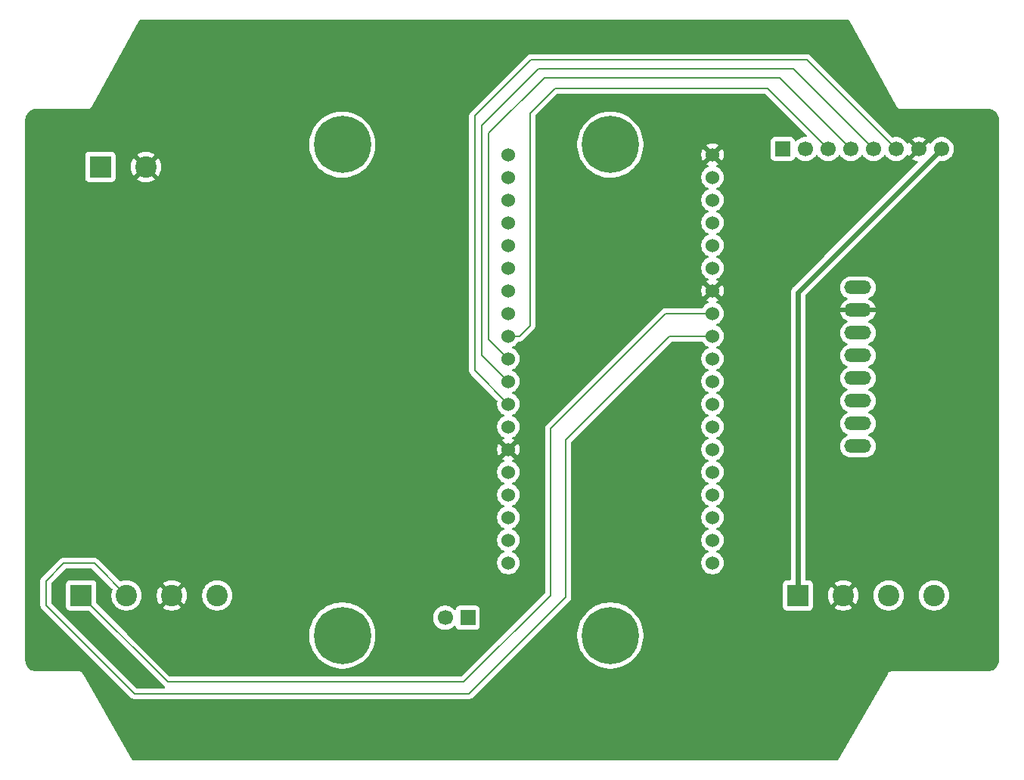
<source format=gbl>
G04 #@! TF.GenerationSoftware,KiCad,Pcbnew,9.0.4*
G04 #@! TF.CreationDate,2025-09-11T10:43:24+07:00*
G04 #@! TF.ProjectId,BreakoutBoard,42726561-6b6f-4757-9442-6f6172642e6b,rev?*
G04 #@! TF.SameCoordinates,Original*
G04 #@! TF.FileFunction,Copper,L4,Bot*
G04 #@! TF.FilePolarity,Positive*
%FSLAX46Y46*%
G04 Gerber Fmt 4.6, Leading zero omitted, Abs format (unit mm)*
G04 Created by KiCad (PCBNEW 9.0.4) date 2025-09-11 10:43:24*
%MOMM*%
%LPD*%
G01*
G04 APERTURE LIST*
G04 #@! TA.AperFunction,ComponentPad*
%ADD10C,6.400000*%
G04 #@! TD*
G04 #@! TA.AperFunction,ComponentPad*
%ADD11O,3.000000X1.500000*%
G04 #@! TD*
G04 #@! TA.AperFunction,ComponentPad*
%ADD12C,1.524000*%
G04 #@! TD*
G04 #@! TA.AperFunction,ComponentPad*
%ADD13R,1.700000X1.700000*%
G04 #@! TD*
G04 #@! TA.AperFunction,ComponentPad*
%ADD14C,1.700000*%
G04 #@! TD*
G04 #@! TA.AperFunction,ComponentPad*
%ADD15R,2.400000X2.400000*%
G04 #@! TD*
G04 #@! TA.AperFunction,ComponentPad*
%ADD16C,2.400000*%
G04 #@! TD*
G04 #@! TA.AperFunction,Conductor*
%ADD17C,0.200000*%
G04 #@! TD*
G04 #@! TA.AperFunction,Conductor*
%ADD18C,0.600000*%
G04 #@! TD*
G04 APERTURE END LIST*
D10*
X129000000Y-49500000D03*
X159000000Y-49500000D03*
X129000000Y-104500000D03*
D11*
X186718400Y-80747600D03*
X186718400Y-68047600D03*
X186718400Y-83287600D03*
X186718400Y-70587600D03*
X186718400Y-73127600D03*
X186718400Y-65507600D03*
X186718400Y-78207600D03*
X186718400Y-75667600D03*
D12*
X147570000Y-50640000D03*
X147570000Y-53180000D03*
X147570000Y-55720000D03*
X147570000Y-58260000D03*
X147570000Y-60800000D03*
X147570000Y-63340000D03*
X147570000Y-65880000D03*
X147570000Y-68420000D03*
X147570000Y-70960000D03*
X147570000Y-73500000D03*
X147570000Y-76040000D03*
X147570000Y-78580000D03*
X147570000Y-81120000D03*
X147570000Y-83660000D03*
X147570000Y-86200000D03*
X147570000Y-88740000D03*
X147570000Y-91280000D03*
X147570000Y-93820000D03*
X147570000Y-96360000D03*
X170430000Y-50640000D03*
X170430000Y-53180000D03*
X170430000Y-55720000D03*
X170430000Y-58260000D03*
X170430000Y-60800000D03*
X170430000Y-63340000D03*
X170430000Y-65880000D03*
X170430000Y-68420000D03*
X170430000Y-70960000D03*
X170430000Y-73500000D03*
X170430000Y-76040000D03*
X170430000Y-78580000D03*
X170430000Y-81120000D03*
X170430000Y-83660000D03*
X170430000Y-86200000D03*
X170430000Y-88740000D03*
X170430000Y-91280000D03*
X170430000Y-93820000D03*
X170430000Y-96360000D03*
D13*
X178300000Y-50000000D03*
D14*
X180840000Y-50000000D03*
X183380000Y-50000000D03*
X185920000Y-50000000D03*
X188460000Y-50000000D03*
X191000000Y-50000000D03*
X193540000Y-50000000D03*
X196080000Y-50000000D03*
D15*
X101920000Y-52000000D03*
D16*
X107000000Y-52000000D03*
D13*
X143040000Y-102500000D03*
D14*
X140500000Y-102500000D03*
D15*
X180000000Y-100000000D03*
D16*
X185080000Y-100000000D03*
X190160000Y-100000000D03*
X195240000Y-100000000D03*
D10*
X159000000Y-104500000D03*
D15*
X99760000Y-100000000D03*
D16*
X104840000Y-100000000D03*
X109920000Y-100000000D03*
X115000000Y-100000000D03*
D17*
X152800000Y-43200000D02*
X150000000Y-46000000D01*
X176580000Y-43200000D02*
X152800000Y-43200000D01*
X148840000Y-70960000D02*
X147570000Y-70960000D01*
X183380000Y-50000000D02*
X176580000Y-43200000D01*
X150000000Y-46000000D02*
X150000000Y-69800000D01*
X150000000Y-69800000D02*
X148840000Y-70960000D01*
X143800000Y-46300000D02*
X143800000Y-74800000D01*
X150100000Y-40000000D02*
X143800000Y-46300000D01*
X143800000Y-74800000D02*
X147570000Y-78570000D01*
X181000000Y-40000000D02*
X150100000Y-40000000D01*
X191000000Y-50000000D02*
X181000000Y-40000000D01*
X147570000Y-78570000D02*
X147570000Y-78580000D01*
X144600000Y-47321428D02*
X144600000Y-73070000D01*
X150921428Y-41000000D02*
X144600000Y-47321428D01*
X179460000Y-41000000D02*
X150921428Y-41000000D01*
X188460000Y-50000000D02*
X179460000Y-41000000D01*
X144600000Y-73070000D02*
X147570000Y-76040000D01*
X145400000Y-71330000D02*
X147570000Y-73500000D01*
X145400000Y-48200000D02*
X145400000Y-71330000D01*
X151600000Y-42000000D02*
X145400000Y-48200000D01*
X177920000Y-42000000D02*
X151600000Y-42000000D01*
X185920000Y-50000000D02*
X177920000Y-42000000D01*
D18*
X180000000Y-100000000D02*
X180000000Y-66080000D01*
X180000000Y-66080000D02*
X196080000Y-50000000D01*
D17*
X104840000Y-100000000D02*
X101240000Y-96400000D01*
X95800000Y-98400000D02*
X95800000Y-101100000D01*
X101240000Y-96400000D02*
X97800000Y-96400000D01*
X97800000Y-96400000D02*
X95800000Y-98400000D01*
X154000000Y-100200000D02*
X154000000Y-82600000D01*
X143200000Y-111000000D02*
X154000000Y-100200000D01*
X154000000Y-82600000D02*
X165640000Y-70960000D01*
X165640000Y-70960000D02*
X170430000Y-70960000D01*
X95800000Y-101100000D02*
X105700000Y-111000000D01*
X105700000Y-111000000D02*
X143200000Y-111000000D01*
X165180000Y-68420000D02*
X170430000Y-68420000D01*
X152300000Y-81300000D02*
X165180000Y-68420000D01*
X152300000Y-100000000D02*
X152300000Y-81300000D01*
X142600000Y-109700000D02*
X152300000Y-100000000D01*
X99760000Y-100000000D02*
X109460000Y-109700000D01*
X109460000Y-109700000D02*
X142600000Y-109700000D01*
G04 #@! TA.AperFunction,Conductor*
G36*
X185697789Y-35520185D02*
G01*
X185739401Y-35564742D01*
X191025929Y-45176611D01*
X191025929Y-45176612D01*
X191032242Y-45188091D01*
X191033608Y-45193186D01*
X191063927Y-45245702D01*
X191064534Y-45246804D01*
X191064561Y-45246852D01*
X191093208Y-45298936D01*
X191095949Y-45302666D01*
X191096043Y-45302809D01*
X191096679Y-45303638D01*
X191096681Y-45303641D01*
X191099500Y-45307315D01*
X191141480Y-45349294D01*
X191143281Y-45351132D01*
X191184440Y-45394036D01*
X191184445Y-45394039D01*
X191188047Y-45396924D01*
X191188049Y-45396926D01*
X191188876Y-45397588D01*
X191189022Y-45397688D01*
X191192682Y-45400496D01*
X191192686Y-45400500D01*
X191245246Y-45430845D01*
X191297176Y-45462282D01*
X191302243Y-45463753D01*
X191306814Y-45466392D01*
X191365441Y-45482100D01*
X191423735Y-45499025D01*
X191429009Y-45499133D01*
X191434107Y-45500500D01*
X191434108Y-45500500D01*
X191493518Y-45500500D01*
X191496092Y-45500527D01*
X191555487Y-45501760D01*
X191555487Y-45501759D01*
X191555490Y-45501760D01*
X191555492Y-45501759D01*
X191560082Y-45501252D01*
X191573716Y-45500500D01*
X201234108Y-45500500D01*
X201295125Y-45500500D01*
X201304853Y-45500881D01*
X201477919Y-45514502D01*
X201497128Y-45517545D01*
X201661183Y-45556931D01*
X201679675Y-45562940D01*
X201805347Y-45614994D01*
X201835547Y-45627504D01*
X201852884Y-45636338D01*
X201996725Y-45724484D01*
X202012466Y-45735920D01*
X202140753Y-45845486D01*
X202154513Y-45859246D01*
X202264079Y-45987533D01*
X202275515Y-46003274D01*
X202363661Y-46147115D01*
X202372495Y-46164452D01*
X202437057Y-46320317D01*
X202443070Y-46338823D01*
X202482453Y-46502866D01*
X202485497Y-46522084D01*
X202499118Y-46695146D01*
X202499500Y-46704875D01*
X202499500Y-107295124D01*
X202499118Y-107304853D01*
X202485497Y-107477915D01*
X202482453Y-107497133D01*
X202443070Y-107661176D01*
X202437057Y-107679682D01*
X202372495Y-107835547D01*
X202363661Y-107852884D01*
X202275515Y-107996725D01*
X202264079Y-108012466D01*
X202154513Y-108140753D01*
X202140753Y-108154513D01*
X202012466Y-108264079D01*
X201996725Y-108275515D01*
X201852884Y-108363661D01*
X201835547Y-108372495D01*
X201679682Y-108437057D01*
X201661176Y-108443070D01*
X201497133Y-108482453D01*
X201477915Y-108485497D01*
X201304854Y-108499118D01*
X201295125Y-108499500D01*
X190565810Y-108499500D01*
X190565732Y-108499479D01*
X190499840Y-108499500D01*
X190434100Y-108499500D01*
X190433947Y-108499521D01*
X190370250Y-108516610D01*
X190370214Y-108516619D01*
X190306803Y-108533610D01*
X190306678Y-108533661D01*
X190249664Y-108566601D01*
X190249516Y-108566688D01*
X190192686Y-108599500D01*
X190192628Y-108599557D01*
X190192557Y-108599599D01*
X190192364Y-108599791D01*
X190192364Y-108599792D01*
X190146057Y-108646125D01*
X190146058Y-108646126D01*
X190145955Y-108646229D01*
X190145953Y-108646232D01*
X190145643Y-108646541D01*
X190145226Y-108646958D01*
X190099500Y-108692686D01*
X190099459Y-108692756D01*
X190099402Y-108692814D01*
X190099291Y-108693005D01*
X190099289Y-108693008D01*
X190066982Y-108749006D01*
X190066964Y-108749037D01*
X190029758Y-108813482D01*
X190029596Y-108813808D01*
X184477487Y-118437466D01*
X184426935Y-118485697D01*
X184370080Y-118499500D01*
X105629920Y-118499500D01*
X105562881Y-118479815D01*
X105522513Y-118437466D01*
X99966413Y-108806894D01*
X99966392Y-108806814D01*
X99933039Y-108749045D01*
X99933016Y-108749006D01*
X99900599Y-108692816D01*
X99900598Y-108692814D01*
X99900595Y-108692811D01*
X99900558Y-108692762D01*
X99900500Y-108692686D01*
X99853994Y-108646180D01*
X99807443Y-108599599D01*
X99807371Y-108599557D01*
X99807314Y-108599500D01*
X99750482Y-108566687D01*
X99750486Y-108566679D01*
X99750451Y-108566669D01*
X99693336Y-108533670D01*
X99693333Y-108533669D01*
X99693328Y-108533666D01*
X99693197Y-108533611D01*
X99629786Y-108516620D01*
X99629749Y-108516610D01*
X99566046Y-108499519D01*
X99565905Y-108499500D01*
X99565892Y-108499500D01*
X99500160Y-108499500D01*
X99434268Y-108499479D01*
X99434190Y-108499500D01*
X94704875Y-108499500D01*
X94695146Y-108499118D01*
X94522084Y-108485497D01*
X94502866Y-108482453D01*
X94338823Y-108443070D01*
X94320317Y-108437057D01*
X94164452Y-108372495D01*
X94147115Y-108363661D01*
X94003274Y-108275515D01*
X93987533Y-108264079D01*
X93859246Y-108154513D01*
X93845486Y-108140753D01*
X93735920Y-108012466D01*
X93724484Y-107996725D01*
X93636338Y-107852884D01*
X93627504Y-107835547D01*
X93614994Y-107805347D01*
X93562940Y-107679675D01*
X93556931Y-107661183D01*
X93517545Y-107497128D01*
X93514502Y-107477915D01*
X93514340Y-107475859D01*
X93500882Y-107304853D01*
X93500500Y-107295124D01*
X93500500Y-101179054D01*
X95199498Y-101179054D01*
X95206773Y-101206204D01*
X95240423Y-101331785D01*
X95248023Y-101344949D01*
X95269358Y-101381900D01*
X95269359Y-101381904D01*
X95269360Y-101381904D01*
X95319479Y-101468714D01*
X95319481Y-101468717D01*
X95438349Y-101587585D01*
X95438355Y-101587590D01*
X105215139Y-111364374D01*
X105215149Y-111364385D01*
X105219479Y-111368715D01*
X105219480Y-111368716D01*
X105331284Y-111480520D01*
X105418095Y-111530639D01*
X105418097Y-111530641D01*
X105468213Y-111559576D01*
X105468215Y-111559577D01*
X105620942Y-111600500D01*
X105620943Y-111600500D01*
X143113331Y-111600500D01*
X143113347Y-111600501D01*
X143120943Y-111600501D01*
X143279054Y-111600501D01*
X143279057Y-111600501D01*
X143431785Y-111559577D01*
X143481904Y-111530639D01*
X143568716Y-111480520D01*
X143680520Y-111368716D01*
X143680520Y-111368714D01*
X143690728Y-111358507D01*
X143690730Y-111358504D01*
X150731025Y-104318209D01*
X155299500Y-104318209D01*
X155299500Y-104681790D01*
X155335137Y-105043630D01*
X155406064Y-105400212D01*
X155406067Y-105400223D01*
X155511614Y-105748165D01*
X155650754Y-106084078D01*
X155650756Y-106084083D01*
X155822140Y-106404720D01*
X155822151Y-106404738D01*
X156024140Y-106707035D01*
X156024150Y-106707049D01*
X156254807Y-106988106D01*
X156511893Y-107245192D01*
X156511898Y-107245196D01*
X156511899Y-107245197D01*
X156792956Y-107475854D01*
X157095268Y-107677853D01*
X157095277Y-107677858D01*
X157095279Y-107677859D01*
X157415916Y-107849243D01*
X157415918Y-107849243D01*
X157415924Y-107849247D01*
X157751836Y-107988386D01*
X158099767Y-108093930D01*
X158099773Y-108093931D01*
X158099776Y-108093932D01*
X158099787Y-108093935D01*
X158456369Y-108164862D01*
X158818206Y-108200500D01*
X158818209Y-108200500D01*
X159181791Y-108200500D01*
X159181794Y-108200500D01*
X159543631Y-108164862D01*
X159627523Y-108148175D01*
X159900212Y-108093935D01*
X159900223Y-108093932D01*
X159900223Y-108093931D01*
X159900233Y-108093930D01*
X160248164Y-107988386D01*
X160584076Y-107849247D01*
X160904732Y-107677853D01*
X161207044Y-107475854D01*
X161488101Y-107245197D01*
X161745197Y-106988101D01*
X161975854Y-106707044D01*
X162177853Y-106404732D01*
X162349247Y-106084076D01*
X162488386Y-105748164D01*
X162593930Y-105400233D01*
X162593932Y-105400223D01*
X162593935Y-105400212D01*
X162664862Y-105043630D01*
X162700500Y-104681790D01*
X162700500Y-104318209D01*
X162664862Y-103956369D01*
X162593935Y-103599787D01*
X162593932Y-103599776D01*
X162593931Y-103599773D01*
X162593930Y-103599767D01*
X162488386Y-103251836D01*
X162349247Y-102915924D01*
X162295966Y-102816243D01*
X162177859Y-102595279D01*
X162177858Y-102595277D01*
X162177853Y-102595268D01*
X161975854Y-102292956D01*
X161745197Y-102011899D01*
X161745196Y-102011898D01*
X161745192Y-102011893D01*
X161488106Y-101754807D01*
X161207049Y-101524150D01*
X161207048Y-101524149D01*
X161207044Y-101524146D01*
X160970295Y-101365955D01*
X160904738Y-101322151D01*
X160904737Y-101322150D01*
X160904732Y-101322147D01*
X160904727Y-101322144D01*
X160904720Y-101322140D01*
X160584083Y-101150756D01*
X160584078Y-101150754D01*
X160248165Y-101011614D01*
X159900223Y-100906067D01*
X159900212Y-100906064D01*
X159543630Y-100835137D01*
X159271111Y-100808296D01*
X159181794Y-100799500D01*
X158818206Y-100799500D01*
X158735679Y-100807628D01*
X158456369Y-100835137D01*
X158099787Y-100906064D01*
X158099776Y-100906067D01*
X157751834Y-101011614D01*
X157415921Y-101150754D01*
X157415916Y-101150756D01*
X157095279Y-101322140D01*
X157095261Y-101322151D01*
X156792964Y-101524140D01*
X156792950Y-101524150D01*
X156511893Y-101754807D01*
X156254807Y-102011893D01*
X156024150Y-102292950D01*
X156024140Y-102292964D01*
X155822151Y-102595261D01*
X155822140Y-102595279D01*
X155650756Y-102915916D01*
X155650754Y-102915921D01*
X155511614Y-103251834D01*
X155406067Y-103599776D01*
X155406064Y-103599787D01*
X155335137Y-103956369D01*
X155299500Y-104318209D01*
X150731025Y-104318209D01*
X154358506Y-100690728D01*
X154358511Y-100690724D01*
X154368714Y-100680520D01*
X154368716Y-100680520D01*
X154480520Y-100568716D01*
X154559577Y-100431784D01*
X154589534Y-100319981D01*
X154600500Y-100279058D01*
X154600500Y-100120943D01*
X154600500Y-82900097D01*
X154620185Y-82833058D01*
X154636819Y-82812416D01*
X165852416Y-71596819D01*
X165913739Y-71563334D01*
X165940097Y-71560500D01*
X169243270Y-71560500D01*
X169310309Y-71580185D01*
X169347191Y-71617866D01*
X169347349Y-71617752D01*
X169348127Y-71618823D01*
X169349000Y-71619715D01*
X169350210Y-71621690D01*
X169350213Y-71621694D01*
X169467019Y-71782464D01*
X169607536Y-71922981D01*
X169768306Y-72039787D01*
X169871708Y-72092473D01*
X169924780Y-72119515D01*
X169975576Y-72167490D01*
X169992371Y-72235311D01*
X169969833Y-72301446D01*
X169924780Y-72340485D01*
X169768305Y-72420213D01*
X169607533Y-72537021D01*
X169467021Y-72677533D01*
X169350213Y-72838305D01*
X169259994Y-73015367D01*
X169259993Y-73015370D01*
X169198587Y-73204362D01*
X169167500Y-73400639D01*
X169167500Y-73599360D01*
X169198587Y-73795637D01*
X169259993Y-73984629D01*
X169259994Y-73984632D01*
X169309315Y-74081428D01*
X169350213Y-74161694D01*
X169467019Y-74322464D01*
X169607536Y-74462981D01*
X169768306Y-74579787D01*
X169871708Y-74632473D01*
X169924780Y-74659515D01*
X169975576Y-74707490D01*
X169992371Y-74775311D01*
X169969833Y-74841446D01*
X169924780Y-74880485D01*
X169768305Y-74960213D01*
X169607533Y-75077021D01*
X169467021Y-75217533D01*
X169350213Y-75378305D01*
X169259994Y-75555367D01*
X169259993Y-75555370D01*
X169198587Y-75744362D01*
X169167500Y-75940639D01*
X169167500Y-76139360D01*
X169198587Y-76335637D01*
X169259993Y-76524629D01*
X169259994Y-76524632D01*
X169309315Y-76621428D01*
X169350213Y-76701694D01*
X169467019Y-76862464D01*
X169607536Y-77002981D01*
X169768306Y-77119787D01*
X169886832Y-77180179D01*
X169924780Y-77199515D01*
X169975576Y-77247490D01*
X169992371Y-77315311D01*
X169969833Y-77381446D01*
X169924780Y-77420485D01*
X169768305Y-77500213D01*
X169607533Y-77617021D01*
X169467021Y-77757533D01*
X169350213Y-77918305D01*
X169259994Y-78095367D01*
X169259993Y-78095370D01*
X169198587Y-78284362D01*
X169167500Y-78480639D01*
X169167500Y-78679360D01*
X169198587Y-78875637D01*
X169259993Y-79064629D01*
X169259994Y-79064632D01*
X169309315Y-79161428D01*
X169350213Y-79241694D01*
X169467019Y-79402464D01*
X169607536Y-79542981D01*
X169768306Y-79659787D01*
X169886832Y-79720179D01*
X169924780Y-79739515D01*
X169975576Y-79787490D01*
X169992371Y-79855311D01*
X169969833Y-79921446D01*
X169924780Y-79960485D01*
X169768305Y-80040213D01*
X169607533Y-80157021D01*
X169467021Y-80297533D01*
X169350213Y-80458305D01*
X169259994Y-80635367D01*
X169259993Y-80635370D01*
X169198587Y-80824362D01*
X169167500Y-81020639D01*
X169167500Y-81219360D01*
X169198587Y-81415637D01*
X169259993Y-81604629D01*
X169259994Y-81604632D01*
X169309315Y-81701428D01*
X169350213Y-81781694D01*
X169467019Y-81942464D01*
X169607536Y-82082981D01*
X169768306Y-82199787D01*
X169886832Y-82260179D01*
X169924780Y-82279515D01*
X169975576Y-82327490D01*
X169992371Y-82395311D01*
X169969833Y-82461446D01*
X169924780Y-82500485D01*
X169768305Y-82580213D01*
X169607533Y-82697021D01*
X169467021Y-82837533D01*
X169350213Y-82998305D01*
X169259994Y-83175367D01*
X169259993Y-83175370D01*
X169198587Y-83364362D01*
X169167500Y-83560639D01*
X169167500Y-83759360D01*
X169198587Y-83955637D01*
X169259993Y-84144629D01*
X169259994Y-84144632D01*
X169309315Y-84241428D01*
X169350213Y-84321694D01*
X169467019Y-84482464D01*
X169607536Y-84622981D01*
X169768306Y-84739787D01*
X169886832Y-84800179D01*
X169924780Y-84819515D01*
X169975576Y-84867490D01*
X169992371Y-84935311D01*
X169969833Y-85001446D01*
X169924780Y-85040485D01*
X169768305Y-85120213D01*
X169607533Y-85237021D01*
X169467021Y-85377533D01*
X169350213Y-85538305D01*
X169259994Y-85715367D01*
X169259993Y-85715370D01*
X169198587Y-85904362D01*
X169167500Y-86100639D01*
X169167500Y-86299360D01*
X169198587Y-86495637D01*
X169259993Y-86684629D01*
X169259994Y-86684632D01*
X169350213Y-86861694D01*
X169467019Y-87022464D01*
X169607536Y-87162981D01*
X169768306Y-87279787D01*
X169886832Y-87340179D01*
X169924780Y-87359515D01*
X169975576Y-87407490D01*
X169992371Y-87475311D01*
X169969833Y-87541446D01*
X169924780Y-87580485D01*
X169768305Y-87660213D01*
X169607533Y-87777021D01*
X169467021Y-87917533D01*
X169350213Y-88078305D01*
X169259994Y-88255367D01*
X169259993Y-88255370D01*
X169198587Y-88444362D01*
X169167500Y-88640639D01*
X169167500Y-88839360D01*
X169198587Y-89035637D01*
X169259993Y-89224629D01*
X169259994Y-89224632D01*
X169350213Y-89401694D01*
X169467019Y-89562464D01*
X169607536Y-89702981D01*
X169768306Y-89819787D01*
X169886832Y-89880179D01*
X169924780Y-89899515D01*
X169975576Y-89947490D01*
X169992371Y-90015311D01*
X169969833Y-90081446D01*
X169924780Y-90120485D01*
X169768305Y-90200213D01*
X169607533Y-90317021D01*
X169467021Y-90457533D01*
X169350213Y-90618305D01*
X169259994Y-90795367D01*
X169259993Y-90795370D01*
X169198587Y-90984362D01*
X169167500Y-91180639D01*
X169167500Y-91379360D01*
X169198587Y-91575637D01*
X169259993Y-91764629D01*
X169259994Y-91764632D01*
X169350213Y-91941694D01*
X169467019Y-92102464D01*
X169607536Y-92242981D01*
X169768306Y-92359787D01*
X169886832Y-92420179D01*
X169924780Y-92439515D01*
X169975576Y-92487490D01*
X169992371Y-92555311D01*
X169969833Y-92621446D01*
X169924780Y-92660485D01*
X169768305Y-92740213D01*
X169607533Y-92857021D01*
X169467021Y-92997533D01*
X169350213Y-93158305D01*
X169259994Y-93335367D01*
X169259993Y-93335370D01*
X169198587Y-93524362D01*
X169167500Y-93720639D01*
X169167500Y-93919360D01*
X169198587Y-94115637D01*
X169259993Y-94304629D01*
X169259994Y-94304632D01*
X169350213Y-94481694D01*
X169467019Y-94642464D01*
X169607536Y-94782981D01*
X169768306Y-94899787D01*
X169886832Y-94960179D01*
X169924780Y-94979515D01*
X169975576Y-95027490D01*
X169992371Y-95095311D01*
X169969833Y-95161446D01*
X169924780Y-95200485D01*
X169768305Y-95280213D01*
X169607533Y-95397021D01*
X169467021Y-95537533D01*
X169350213Y-95698305D01*
X169259994Y-95875367D01*
X169259993Y-95875370D01*
X169198587Y-96064362D01*
X169167500Y-96260639D01*
X169167500Y-96459360D01*
X169198587Y-96655637D01*
X169259993Y-96844629D01*
X169259994Y-96844632D01*
X169339414Y-97000500D01*
X169350213Y-97021694D01*
X169467019Y-97182464D01*
X169607536Y-97322981D01*
X169768306Y-97439787D01*
X169855149Y-97484035D01*
X169945367Y-97530005D01*
X169945370Y-97530006D01*
X170039866Y-97560709D01*
X170134364Y-97591413D01*
X170330639Y-97622500D01*
X170330640Y-97622500D01*
X170529360Y-97622500D01*
X170529361Y-97622500D01*
X170725636Y-97591413D01*
X170914632Y-97530005D01*
X171091694Y-97439787D01*
X171252464Y-97322981D01*
X171392981Y-97182464D01*
X171509787Y-97021694D01*
X171600005Y-96844632D01*
X171661413Y-96655636D01*
X171692500Y-96459361D01*
X171692500Y-96260639D01*
X171661413Y-96064364D01*
X171614338Y-95919480D01*
X171600006Y-95875370D01*
X171600005Y-95875367D01*
X171509786Y-95698305D01*
X171392981Y-95537536D01*
X171252464Y-95397019D01*
X171091694Y-95280213D01*
X170935218Y-95200484D01*
X170884423Y-95152510D01*
X170867628Y-95084689D01*
X170890165Y-95018554D01*
X170935218Y-94979515D01*
X171091694Y-94899787D01*
X171252464Y-94782981D01*
X171392981Y-94642464D01*
X171509787Y-94481694D01*
X171600005Y-94304632D01*
X171661413Y-94115636D01*
X171692500Y-93919361D01*
X171692500Y-93720639D01*
X171661413Y-93524364D01*
X171600005Y-93335368D01*
X171600005Y-93335367D01*
X171509786Y-93158305D01*
X171392981Y-92997536D01*
X171252464Y-92857019D01*
X171091694Y-92740213D01*
X170935218Y-92660484D01*
X170884423Y-92612510D01*
X170867628Y-92544689D01*
X170890165Y-92478554D01*
X170935218Y-92439515D01*
X171091694Y-92359787D01*
X171252464Y-92242981D01*
X171392981Y-92102464D01*
X171509787Y-91941694D01*
X171600005Y-91764632D01*
X171661413Y-91575636D01*
X171692500Y-91379361D01*
X171692500Y-91180639D01*
X171661413Y-90984364D01*
X171600005Y-90795368D01*
X171600005Y-90795367D01*
X171509786Y-90618305D01*
X171392981Y-90457536D01*
X171252464Y-90317019D01*
X171091694Y-90200213D01*
X170935218Y-90120484D01*
X170884423Y-90072510D01*
X170867628Y-90004689D01*
X170890165Y-89938554D01*
X170935218Y-89899515D01*
X171091694Y-89819787D01*
X171252464Y-89702981D01*
X171392981Y-89562464D01*
X171509787Y-89401694D01*
X171600005Y-89224632D01*
X171661413Y-89035636D01*
X171692500Y-88839361D01*
X171692500Y-88640639D01*
X171661413Y-88444364D01*
X171600005Y-88255368D01*
X171600005Y-88255367D01*
X171509786Y-88078305D01*
X171392981Y-87917536D01*
X171252464Y-87777019D01*
X171091694Y-87660213D01*
X170935218Y-87580484D01*
X170884423Y-87532510D01*
X170867628Y-87464689D01*
X170890165Y-87398554D01*
X170935218Y-87359515D01*
X171091694Y-87279787D01*
X171252464Y-87162981D01*
X171392981Y-87022464D01*
X171509787Y-86861694D01*
X171600005Y-86684632D01*
X171661413Y-86495636D01*
X171692500Y-86299361D01*
X171692500Y-86100639D01*
X171661413Y-85904364D01*
X171600005Y-85715368D01*
X171600005Y-85715367D01*
X171509786Y-85538305D01*
X171392981Y-85377536D01*
X171252464Y-85237019D01*
X171091694Y-85120213D01*
X170935218Y-85040484D01*
X170884423Y-84992510D01*
X170867628Y-84924689D01*
X170890165Y-84858554D01*
X170935218Y-84819515D01*
X171091694Y-84739787D01*
X171252464Y-84622981D01*
X171392981Y-84482464D01*
X171509787Y-84321694D01*
X171600005Y-84144632D01*
X171661413Y-83955636D01*
X171692500Y-83759361D01*
X171692500Y-83560639D01*
X171661413Y-83364364D01*
X171600005Y-83175368D01*
X171600005Y-83175367D01*
X171554035Y-83085149D01*
X171509787Y-82998306D01*
X171392981Y-82837536D01*
X171252464Y-82697019D01*
X171091694Y-82580213D01*
X170935218Y-82500484D01*
X170884423Y-82452510D01*
X170867628Y-82384689D01*
X170890165Y-82318554D01*
X170935218Y-82279515D01*
X171091694Y-82199787D01*
X171252464Y-82082981D01*
X171392981Y-81942464D01*
X171509787Y-81781694D01*
X171600005Y-81604632D01*
X171601479Y-81600097D01*
X171613776Y-81562248D01*
X171661413Y-81415636D01*
X171692500Y-81219361D01*
X171692500Y-81020639D01*
X171661413Y-80824364D01*
X171600005Y-80635368D01*
X171600005Y-80635367D01*
X171509786Y-80458305D01*
X171507220Y-80454773D01*
X171392981Y-80297536D01*
X171252464Y-80157019D01*
X171091694Y-80040213D01*
X170935218Y-79960484D01*
X170884423Y-79912510D01*
X170867628Y-79844689D01*
X170890165Y-79778554D01*
X170935218Y-79739515D01*
X171091694Y-79659787D01*
X171252464Y-79542981D01*
X171392981Y-79402464D01*
X171509787Y-79241694D01*
X171600005Y-79064632D01*
X171661413Y-78875636D01*
X171692500Y-78679361D01*
X171692500Y-78480639D01*
X171661413Y-78284364D01*
X171600005Y-78095368D01*
X171600005Y-78095367D01*
X171509786Y-77918305D01*
X171507220Y-77914773D01*
X171392981Y-77757536D01*
X171252464Y-77617019D01*
X171091694Y-77500213D01*
X170935218Y-77420484D01*
X170884423Y-77372510D01*
X170867628Y-77304689D01*
X170890165Y-77238554D01*
X170935218Y-77199515D01*
X171091694Y-77119787D01*
X171252464Y-77002981D01*
X171392981Y-76862464D01*
X171509787Y-76701694D01*
X171600005Y-76524632D01*
X171661413Y-76335636D01*
X171692500Y-76139361D01*
X171692500Y-75940639D01*
X171661413Y-75744364D01*
X171600005Y-75555368D01*
X171600005Y-75555367D01*
X171509786Y-75378305D01*
X171438741Y-75280520D01*
X171392981Y-75217536D01*
X171252464Y-75077019D01*
X171091694Y-74960213D01*
X170935218Y-74880484D01*
X170884423Y-74832510D01*
X170867628Y-74764689D01*
X170890165Y-74698554D01*
X170935218Y-74659515D01*
X171091694Y-74579787D01*
X171252464Y-74462981D01*
X171392981Y-74322464D01*
X171509787Y-74161694D01*
X171600005Y-73984632D01*
X171661413Y-73795636D01*
X171692500Y-73599361D01*
X171692500Y-73400639D01*
X171661413Y-73204364D01*
X171600005Y-73015368D01*
X171600005Y-73015367D01*
X171554035Y-72925149D01*
X171509787Y-72838306D01*
X171392981Y-72677536D01*
X171252464Y-72537019D01*
X171091694Y-72420213D01*
X170935218Y-72340484D01*
X170884423Y-72292510D01*
X170867628Y-72224689D01*
X170890165Y-72158554D01*
X170935218Y-72119515D01*
X171091694Y-72039787D01*
X171252464Y-71922981D01*
X171392981Y-71782464D01*
X171509787Y-71621694D01*
X171600005Y-71444632D01*
X171661413Y-71255636D01*
X171692500Y-71059361D01*
X171692500Y-70860639D01*
X171661413Y-70664364D01*
X171604492Y-70489177D01*
X171600006Y-70475370D01*
X171600005Y-70475367D01*
X171540967Y-70359500D01*
X171509787Y-70298306D01*
X171392981Y-70137536D01*
X171252464Y-69997019D01*
X171091694Y-69880213D01*
X170935218Y-69800484D01*
X170884423Y-69752510D01*
X170867628Y-69684689D01*
X170890165Y-69618554D01*
X170935218Y-69579515D01*
X171091694Y-69499787D01*
X171252464Y-69382981D01*
X171392981Y-69242464D01*
X171509787Y-69081694D01*
X171600005Y-68904632D01*
X171661413Y-68715636D01*
X171692500Y-68519361D01*
X171692500Y-68320639D01*
X171661413Y-68124364D01*
X171615083Y-67981774D01*
X171600006Y-67935370D01*
X171600005Y-67935367D01*
X171540967Y-67819500D01*
X171509787Y-67758306D01*
X171392981Y-67597536D01*
X171252464Y-67457019D01*
X171091694Y-67340213D01*
X170934667Y-67260203D01*
X170883872Y-67212229D01*
X170867077Y-67144408D01*
X170889614Y-67078273D01*
X170934669Y-67039234D01*
X171091422Y-66959364D01*
X171128716Y-66932268D01*
X170565942Y-66369494D01*
X170626081Y-66353381D01*
X170741920Y-66286502D01*
X170836502Y-66191920D01*
X170903381Y-66076081D01*
X170919495Y-66015942D01*
X171482268Y-66578715D01*
X171509362Y-66541425D01*
X171599542Y-66364437D01*
X171660924Y-66175523D01*
X171660924Y-66175520D01*
X171692000Y-65979321D01*
X171692000Y-65780678D01*
X171660924Y-65584479D01*
X171660924Y-65584476D01*
X171599542Y-65395562D01*
X171509358Y-65218567D01*
X171482268Y-65181283D01*
X170919494Y-65744057D01*
X170903381Y-65683919D01*
X170836502Y-65568080D01*
X170741920Y-65473498D01*
X170626081Y-65406619D01*
X170565942Y-65390504D01*
X171128716Y-64827731D01*
X171128715Y-64827730D01*
X171091432Y-64800641D01*
X170934668Y-64720765D01*
X170883872Y-64672790D01*
X170867077Y-64604969D01*
X170889615Y-64538834D01*
X170934667Y-64499796D01*
X171091694Y-64419787D01*
X171252464Y-64302981D01*
X171392981Y-64162464D01*
X171509787Y-64001694D01*
X171600005Y-63824632D01*
X171661413Y-63635636D01*
X171692500Y-63439361D01*
X171692500Y-63240639D01*
X171661413Y-63044364D01*
X171600005Y-62855368D01*
X171600005Y-62855367D01*
X171509786Y-62678305D01*
X171392981Y-62517536D01*
X171252464Y-62377019D01*
X171091694Y-62260213D01*
X170935218Y-62180484D01*
X170884423Y-62132510D01*
X170867628Y-62064689D01*
X170890165Y-61998554D01*
X170935218Y-61959515D01*
X171091694Y-61879787D01*
X171252464Y-61762981D01*
X171392981Y-61622464D01*
X171509787Y-61461694D01*
X171600005Y-61284632D01*
X171661413Y-61095636D01*
X171692500Y-60899361D01*
X171692500Y-60700639D01*
X171661413Y-60504364D01*
X171600005Y-60315368D01*
X171600005Y-60315367D01*
X171509786Y-60138305D01*
X171392981Y-59977536D01*
X171252464Y-59837019D01*
X171091694Y-59720213D01*
X170935218Y-59640484D01*
X170884423Y-59592510D01*
X170867628Y-59524689D01*
X170890165Y-59458554D01*
X170935218Y-59419515D01*
X171091694Y-59339787D01*
X171252464Y-59222981D01*
X171392981Y-59082464D01*
X171509787Y-58921694D01*
X171600005Y-58744632D01*
X171661413Y-58555636D01*
X171692500Y-58359361D01*
X171692500Y-58160639D01*
X171661413Y-57964364D01*
X171600005Y-57775368D01*
X171600005Y-57775367D01*
X171509786Y-57598305D01*
X171392981Y-57437536D01*
X171252464Y-57297019D01*
X171091694Y-57180213D01*
X170935218Y-57100484D01*
X170884423Y-57052510D01*
X170867628Y-56984689D01*
X170890165Y-56918554D01*
X170935218Y-56879515D01*
X171091694Y-56799787D01*
X171252464Y-56682981D01*
X171392981Y-56542464D01*
X171509787Y-56381694D01*
X171600005Y-56204632D01*
X171661413Y-56015636D01*
X171692500Y-55819361D01*
X171692500Y-55620639D01*
X171661413Y-55424364D01*
X171600005Y-55235368D01*
X171600005Y-55235367D01*
X171509786Y-55058305D01*
X171392981Y-54897536D01*
X171252464Y-54757019D01*
X171091694Y-54640213D01*
X170935218Y-54560484D01*
X170884423Y-54512510D01*
X170867628Y-54444689D01*
X170890165Y-54378554D01*
X170935218Y-54339515D01*
X171091694Y-54259787D01*
X171252464Y-54142981D01*
X171392981Y-54002464D01*
X171509787Y-53841694D01*
X171600005Y-53664632D01*
X171661413Y-53475636D01*
X171692500Y-53279361D01*
X171692500Y-53080639D01*
X171661413Y-52884364D01*
X171618894Y-52753502D01*
X171600006Y-52695370D01*
X171600005Y-52695367D01*
X171509786Y-52518305D01*
X171392981Y-52357536D01*
X171252464Y-52217019D01*
X171091694Y-52100213D01*
X170934667Y-52020203D01*
X170883872Y-51972229D01*
X170867077Y-51904408D01*
X170889614Y-51838273D01*
X170934669Y-51799234D01*
X171091422Y-51719364D01*
X171128716Y-51692268D01*
X170565942Y-51129494D01*
X170626081Y-51113381D01*
X170741920Y-51046502D01*
X170836502Y-50951920D01*
X170903381Y-50836081D01*
X170919495Y-50775942D01*
X171482268Y-51338715D01*
X171509362Y-51301425D01*
X171599542Y-51124437D01*
X171660924Y-50935523D01*
X171660924Y-50935520D01*
X171692000Y-50739321D01*
X171692000Y-50540678D01*
X171660924Y-50344479D01*
X171660924Y-50344476D01*
X171599542Y-50155562D01*
X171509358Y-49978567D01*
X171482268Y-49941283D01*
X170919494Y-50504057D01*
X170903381Y-50443919D01*
X170836502Y-50328080D01*
X170741920Y-50233498D01*
X170626081Y-50166619D01*
X170565942Y-50150504D01*
X171128716Y-49587731D01*
X171128715Y-49587730D01*
X171091432Y-49560641D01*
X170914437Y-49470457D01*
X170725522Y-49409075D01*
X170529321Y-49378000D01*
X170330679Y-49378000D01*
X170134479Y-49409075D01*
X170134476Y-49409075D01*
X169945562Y-49470457D01*
X169768564Y-49560643D01*
X169731283Y-49587729D01*
X169731282Y-49587730D01*
X170294058Y-50150504D01*
X170233919Y-50166619D01*
X170118080Y-50233498D01*
X170023498Y-50328080D01*
X169956619Y-50443919D01*
X169940504Y-50504057D01*
X169377730Y-49941282D01*
X169377729Y-49941283D01*
X169350643Y-49978564D01*
X169260457Y-50155562D01*
X169199075Y-50344476D01*
X169199075Y-50344479D01*
X169168000Y-50540678D01*
X169168000Y-50739321D01*
X169199075Y-50935520D01*
X169199075Y-50935523D01*
X169260457Y-51124437D01*
X169350641Y-51301432D01*
X169377730Y-51338715D01*
X169377731Y-51338716D01*
X169940504Y-50775942D01*
X169956619Y-50836081D01*
X170023498Y-50951920D01*
X170118080Y-51046502D01*
X170233919Y-51113381D01*
X170294057Y-51129494D01*
X169731283Y-51692268D01*
X169731283Y-51692269D01*
X169768567Y-51719358D01*
X169925331Y-51799234D01*
X169976127Y-51847209D01*
X169992922Y-51915030D01*
X169970384Y-51981165D01*
X169925331Y-52020204D01*
X169768305Y-52100213D01*
X169607533Y-52217021D01*
X169467021Y-52357533D01*
X169350213Y-52518305D01*
X169259994Y-52695367D01*
X169259993Y-52695370D01*
X169198587Y-52884362D01*
X169178307Y-53012404D01*
X169167500Y-53080639D01*
X169167500Y-53279361D01*
X169171954Y-53307483D01*
X169198587Y-53475637D01*
X169259993Y-53664629D01*
X169259994Y-53664632D01*
X169350213Y-53841694D01*
X169467019Y-54002464D01*
X169607536Y-54142981D01*
X169768306Y-54259787D01*
X169886832Y-54320179D01*
X169924780Y-54339515D01*
X169975576Y-54387490D01*
X169992371Y-54455311D01*
X169969833Y-54521446D01*
X169924780Y-54560485D01*
X169768305Y-54640213D01*
X169607533Y-54757021D01*
X169467021Y-54897533D01*
X169350213Y-55058305D01*
X169259994Y-55235367D01*
X169259993Y-55235370D01*
X169198587Y-55424362D01*
X169167500Y-55620639D01*
X169167500Y-55819360D01*
X169198587Y-56015637D01*
X169259993Y-56204629D01*
X169259994Y-56204632D01*
X169350213Y-56381694D01*
X169467019Y-56542464D01*
X169607536Y-56682981D01*
X169768306Y-56799787D01*
X169886832Y-56860179D01*
X169924780Y-56879515D01*
X169975576Y-56927490D01*
X169992371Y-56995311D01*
X169969833Y-57061446D01*
X169924780Y-57100485D01*
X169768305Y-57180213D01*
X169607533Y-57297021D01*
X169467021Y-57437533D01*
X169350213Y-57598305D01*
X169259994Y-57775367D01*
X169259993Y-57775370D01*
X169198587Y-57964362D01*
X169167500Y-58160639D01*
X169167500Y-58359360D01*
X169198587Y-58555637D01*
X169259993Y-58744629D01*
X169259994Y-58744632D01*
X169350213Y-58921694D01*
X169467019Y-59082464D01*
X169607536Y-59222981D01*
X169768306Y-59339787D01*
X169886832Y-59400179D01*
X169924780Y-59419515D01*
X169975576Y-59467490D01*
X169992371Y-59535311D01*
X169969833Y-59601446D01*
X169924780Y-59640485D01*
X169768305Y-59720213D01*
X169607533Y-59837021D01*
X169467021Y-59977533D01*
X169350213Y-60138305D01*
X169259994Y-60315367D01*
X169259993Y-60315370D01*
X169198587Y-60504362D01*
X169167500Y-60700639D01*
X169167500Y-60899360D01*
X169198587Y-61095637D01*
X169259993Y-61284629D01*
X169259994Y-61284632D01*
X169350213Y-61461694D01*
X169467019Y-61622464D01*
X169607536Y-61762981D01*
X169768306Y-61879787D01*
X169886832Y-61940179D01*
X169924780Y-61959515D01*
X169975576Y-62007490D01*
X169992371Y-62075311D01*
X169969833Y-62141446D01*
X169924780Y-62180485D01*
X169768305Y-62260213D01*
X169607533Y-62377021D01*
X169467021Y-62517533D01*
X169350213Y-62678305D01*
X169259994Y-62855367D01*
X169259993Y-62855370D01*
X169198587Y-63044362D01*
X169167500Y-63240639D01*
X169167500Y-63439360D01*
X169198587Y-63635637D01*
X169259993Y-63824629D01*
X169259994Y-63824632D01*
X169350213Y-64001694D01*
X169467019Y-64162464D01*
X169607536Y-64302981D01*
X169768306Y-64419787D01*
X169925332Y-64499796D01*
X169976127Y-64547769D01*
X169992922Y-64615590D01*
X169970385Y-64681725D01*
X169925332Y-64720764D01*
X169768566Y-64800641D01*
X169731283Y-64827729D01*
X169731282Y-64827730D01*
X170294058Y-65390504D01*
X170233919Y-65406619D01*
X170118080Y-65473498D01*
X170023498Y-65568080D01*
X169956619Y-65683919D01*
X169940504Y-65744057D01*
X169377730Y-65181282D01*
X169377729Y-65181283D01*
X169350643Y-65218564D01*
X169260457Y-65395562D01*
X169199075Y-65584476D01*
X169199075Y-65584479D01*
X169168000Y-65780678D01*
X169168000Y-65979321D01*
X169199075Y-66175520D01*
X169199075Y-66175523D01*
X169260457Y-66364437D01*
X169350641Y-66541432D01*
X169377730Y-66578715D01*
X169377731Y-66578716D01*
X169940504Y-66015942D01*
X169956619Y-66076081D01*
X170023498Y-66191920D01*
X170118080Y-66286502D01*
X170233919Y-66353381D01*
X170294057Y-66369494D01*
X169731283Y-66932268D01*
X169731283Y-66932269D01*
X169768567Y-66959358D01*
X169925331Y-67039234D01*
X169976127Y-67087209D01*
X169992922Y-67155030D01*
X169970384Y-67221165D01*
X169925331Y-67260204D01*
X169768305Y-67340213D01*
X169607533Y-67457021D01*
X169467021Y-67597533D01*
X169350210Y-67758309D01*
X169349000Y-67760285D01*
X169348343Y-67760878D01*
X169347349Y-67762248D01*
X169347061Y-67762039D01*
X169297190Y-67807163D01*
X169243270Y-67819500D01*
X165266670Y-67819500D01*
X165266654Y-67819499D01*
X165259058Y-67819499D01*
X165100943Y-67819499D01*
X165024579Y-67839961D01*
X164948214Y-67860423D01*
X164948209Y-67860426D01*
X164811290Y-67939475D01*
X164811282Y-67939481D01*
X151819481Y-80931282D01*
X151819479Y-80931285D01*
X151769361Y-81018094D01*
X151769359Y-81018096D01*
X151740425Y-81068209D01*
X151740424Y-81068210D01*
X151740423Y-81068215D01*
X151699499Y-81220943D01*
X151699499Y-81220945D01*
X151699499Y-81389046D01*
X151699500Y-81389059D01*
X151699500Y-99699902D01*
X151679815Y-99766941D01*
X151663181Y-99787583D01*
X142387584Y-109063181D01*
X142326261Y-109096666D01*
X142299903Y-109099500D01*
X109760098Y-109099500D01*
X109693059Y-109079815D01*
X109672417Y-109063181D01*
X104927445Y-104318209D01*
X125299500Y-104318209D01*
X125299500Y-104681790D01*
X125335137Y-105043630D01*
X125406064Y-105400212D01*
X125406067Y-105400223D01*
X125511614Y-105748165D01*
X125650754Y-106084078D01*
X125650756Y-106084083D01*
X125822140Y-106404720D01*
X125822151Y-106404738D01*
X126024140Y-106707035D01*
X126024150Y-106707049D01*
X126254807Y-106988106D01*
X126511893Y-107245192D01*
X126511898Y-107245196D01*
X126511899Y-107245197D01*
X126792956Y-107475854D01*
X127095268Y-107677853D01*
X127095277Y-107677858D01*
X127095279Y-107677859D01*
X127415916Y-107849243D01*
X127415918Y-107849243D01*
X127415924Y-107849247D01*
X127751836Y-107988386D01*
X128099767Y-108093930D01*
X128099773Y-108093931D01*
X128099776Y-108093932D01*
X128099787Y-108093935D01*
X128456369Y-108164862D01*
X128818206Y-108200500D01*
X128818209Y-108200500D01*
X129181791Y-108200500D01*
X129181794Y-108200500D01*
X129543631Y-108164862D01*
X129627523Y-108148175D01*
X129900212Y-108093935D01*
X129900223Y-108093932D01*
X129900223Y-108093931D01*
X129900233Y-108093930D01*
X130248164Y-107988386D01*
X130584076Y-107849247D01*
X130904732Y-107677853D01*
X131207044Y-107475854D01*
X131488101Y-107245197D01*
X131745197Y-106988101D01*
X131975854Y-106707044D01*
X132177853Y-106404732D01*
X132349247Y-106084076D01*
X132488386Y-105748164D01*
X132593930Y-105400233D01*
X132593932Y-105400223D01*
X132593935Y-105400212D01*
X132664862Y-105043630D01*
X132700500Y-104681790D01*
X132700500Y-104318209D01*
X132664862Y-103956369D01*
X132593935Y-103599787D01*
X132593932Y-103599776D01*
X132593931Y-103599773D01*
X132593930Y-103599767D01*
X132488386Y-103251836D01*
X132349247Y-102915924D01*
X132295966Y-102816243D01*
X132177859Y-102595279D01*
X132177858Y-102595277D01*
X132177853Y-102595268D01*
X132043178Y-102393713D01*
X139149500Y-102393713D01*
X139149500Y-102606287D01*
X139182754Y-102816243D01*
X139215142Y-102915924D01*
X139248444Y-103018414D01*
X139344951Y-103207820D01*
X139469890Y-103379786D01*
X139620213Y-103530109D01*
X139792179Y-103655048D01*
X139792181Y-103655049D01*
X139792184Y-103655051D01*
X139981588Y-103751557D01*
X140183757Y-103817246D01*
X140393713Y-103850500D01*
X140393714Y-103850500D01*
X140606286Y-103850500D01*
X140606287Y-103850500D01*
X140816243Y-103817246D01*
X141018412Y-103751557D01*
X141207816Y-103655051D01*
X141379792Y-103530104D01*
X141493329Y-103416566D01*
X141554648Y-103383084D01*
X141624340Y-103388068D01*
X141680274Y-103429939D01*
X141697189Y-103460917D01*
X141746202Y-103592328D01*
X141746206Y-103592335D01*
X141832452Y-103707544D01*
X141832455Y-103707547D01*
X141947664Y-103793793D01*
X141947671Y-103793797D01*
X142082517Y-103844091D01*
X142082516Y-103844091D01*
X142089444Y-103844835D01*
X142142127Y-103850500D01*
X143937872Y-103850499D01*
X143997483Y-103844091D01*
X144132331Y-103793796D01*
X144247546Y-103707546D01*
X144333796Y-103592331D01*
X144384091Y-103457483D01*
X144390500Y-103397873D01*
X144390499Y-101602128D01*
X144384091Y-101542517D01*
X144382810Y-101539083D01*
X144333797Y-101407671D01*
X144333793Y-101407664D01*
X144247547Y-101292455D01*
X144247544Y-101292452D01*
X144132335Y-101206206D01*
X144132328Y-101206202D01*
X143997482Y-101155908D01*
X143997483Y-101155908D01*
X143937883Y-101149501D01*
X143937881Y-101149500D01*
X143937873Y-101149500D01*
X143937864Y-101149500D01*
X142142129Y-101149500D01*
X142142123Y-101149501D01*
X142082516Y-101155908D01*
X141947671Y-101206202D01*
X141947664Y-101206206D01*
X141832455Y-101292452D01*
X141832452Y-101292455D01*
X141746206Y-101407664D01*
X141746203Y-101407669D01*
X141697189Y-101539083D01*
X141655317Y-101595016D01*
X141589853Y-101619433D01*
X141521580Y-101604581D01*
X141493326Y-101583430D01*
X141379786Y-101469890D01*
X141207820Y-101344951D01*
X141018414Y-101248444D01*
X141018413Y-101248443D01*
X141018412Y-101248443D01*
X140816243Y-101182754D01*
X140816241Y-101182753D01*
X140816240Y-101182753D01*
X140654957Y-101157208D01*
X140606287Y-101149500D01*
X140393713Y-101149500D01*
X140345042Y-101157208D01*
X140183760Y-101182753D01*
X139981585Y-101248444D01*
X139792179Y-101344951D01*
X139620213Y-101469890D01*
X139469890Y-101620213D01*
X139344951Y-101792179D01*
X139248444Y-101981585D01*
X139182753Y-102183760D01*
X139165459Y-102292950D01*
X139149500Y-102393713D01*
X132043178Y-102393713D01*
X131975854Y-102292956D01*
X131745197Y-102011899D01*
X131745196Y-102011898D01*
X131745192Y-102011893D01*
X131488106Y-101754807D01*
X131207049Y-101524150D01*
X131207048Y-101524149D01*
X131207044Y-101524146D01*
X130970295Y-101365955D01*
X130904738Y-101322151D01*
X130904737Y-101322150D01*
X130904732Y-101322147D01*
X130904727Y-101322144D01*
X130904720Y-101322140D01*
X130584083Y-101150756D01*
X130584078Y-101150754D01*
X130248165Y-101011614D01*
X129900223Y-100906067D01*
X129900212Y-100906064D01*
X129543630Y-100835137D01*
X129271111Y-100808296D01*
X129181794Y-100799500D01*
X128818206Y-100799500D01*
X128735679Y-100807628D01*
X128456369Y-100835137D01*
X128099787Y-100906064D01*
X128099776Y-100906067D01*
X127751834Y-101011614D01*
X127415921Y-101150754D01*
X127415916Y-101150756D01*
X127095279Y-101322140D01*
X127095261Y-101322151D01*
X126792964Y-101524140D01*
X126792950Y-101524150D01*
X126511893Y-101754807D01*
X126254807Y-102011893D01*
X126024150Y-102292950D01*
X126024140Y-102292964D01*
X125822151Y-102595261D01*
X125822140Y-102595279D01*
X125650756Y-102915916D01*
X125650754Y-102915921D01*
X125511614Y-103251834D01*
X125406067Y-103599776D01*
X125406064Y-103599787D01*
X125335137Y-103956369D01*
X125299500Y-104318209D01*
X104927445Y-104318209D01*
X101496818Y-100887582D01*
X101463333Y-100826259D01*
X101460499Y-100799901D01*
X101460499Y-98752129D01*
X101460498Y-98752123D01*
X101460497Y-98752116D01*
X101454091Y-98692517D01*
X101437761Y-98648735D01*
X101403797Y-98557671D01*
X101403793Y-98557664D01*
X101317547Y-98442455D01*
X101317544Y-98442452D01*
X101202335Y-98356206D01*
X101202328Y-98356202D01*
X101067482Y-98305908D01*
X101067483Y-98305908D01*
X101007883Y-98299501D01*
X101007881Y-98299500D01*
X101007873Y-98299500D01*
X101007864Y-98299500D01*
X98512129Y-98299500D01*
X98512123Y-98299501D01*
X98452516Y-98305908D01*
X98317671Y-98356202D01*
X98317664Y-98356206D01*
X98202455Y-98442452D01*
X98202452Y-98442455D01*
X98116206Y-98557664D01*
X98116202Y-98557671D01*
X98065908Y-98692517D01*
X98059501Y-98752116D01*
X98059501Y-98752123D01*
X98059500Y-98752135D01*
X98059500Y-101247870D01*
X98059501Y-101247876D01*
X98065908Y-101307483D01*
X98116202Y-101442328D01*
X98116206Y-101442335D01*
X98202452Y-101557544D01*
X98202455Y-101557547D01*
X98317664Y-101643793D01*
X98317671Y-101643797D01*
X98452517Y-101694091D01*
X98452516Y-101694091D01*
X98459444Y-101694835D01*
X98512127Y-101700500D01*
X100559902Y-101700499D01*
X100626941Y-101720184D01*
X100647583Y-101736818D01*
X109097031Y-110186267D01*
X109095012Y-110188285D01*
X109128067Y-110233569D01*
X109132212Y-110303316D01*
X109097991Y-110364231D01*
X109036269Y-110396975D01*
X109011372Y-110399500D01*
X106000097Y-110399500D01*
X105933058Y-110379815D01*
X105912416Y-110363181D01*
X96436819Y-100887584D01*
X96403334Y-100826261D01*
X96400500Y-100799903D01*
X96400500Y-98700097D01*
X96420185Y-98633058D01*
X96436819Y-98612416D01*
X98012416Y-97036819D01*
X98073739Y-97003334D01*
X98100097Y-97000500D01*
X100939903Y-97000500D01*
X101006942Y-97020185D01*
X101027584Y-97036819D01*
X103231171Y-99240406D01*
X103264656Y-99301729D01*
X103259672Y-99371421D01*
X103258051Y-99375540D01*
X103226293Y-99452209D01*
X103226290Y-99452219D01*
X103168597Y-99667534D01*
X103168594Y-99667547D01*
X103139501Y-99888533D01*
X103139500Y-99888549D01*
X103139500Y-100111450D01*
X103139501Y-100111466D01*
X103168594Y-100332452D01*
X103168595Y-100332457D01*
X103168596Y-100332463D01*
X103226290Y-100547780D01*
X103226293Y-100547790D01*
X103311593Y-100753722D01*
X103311595Y-100753726D01*
X103423052Y-100946774D01*
X103423057Y-100946780D01*
X103423058Y-100946782D01*
X103558751Y-101123622D01*
X103558757Y-101123629D01*
X103716370Y-101281242D01*
X103716377Y-101281248D01*
X103799397Y-101344951D01*
X103893226Y-101416948D01*
X104086274Y-101528405D01*
X104156622Y-101557544D01*
X104291074Y-101613236D01*
X104292219Y-101613710D01*
X104507537Y-101671404D01*
X104728543Y-101700500D01*
X104728550Y-101700500D01*
X104951450Y-101700500D01*
X104951457Y-101700500D01*
X105172463Y-101671404D01*
X105387781Y-101613710D01*
X105593726Y-101528405D01*
X105786774Y-101416948D01*
X105963624Y-101281247D01*
X105963629Y-101281242D01*
X106014550Y-101230322D01*
X106121242Y-101123629D01*
X106121247Y-101123624D01*
X106256948Y-100946774D01*
X106368405Y-100753726D01*
X106453710Y-100547781D01*
X106511404Y-100332463D01*
X106540500Y-100111457D01*
X106540500Y-99888575D01*
X108220000Y-99888575D01*
X108220000Y-100111424D01*
X108249085Y-100332354D01*
X108249088Y-100332367D01*
X108306763Y-100547618D01*
X108392045Y-100753502D01*
X108392054Y-100753520D01*
X108503464Y-100946491D01*
X108503473Y-100946504D01*
X108554040Y-101012403D01*
X108554043Y-101012403D01*
X109204152Y-100362293D01*
X109211049Y-100378942D01*
X109298599Y-100509970D01*
X109410030Y-100621401D01*
X109541058Y-100708951D01*
X109557705Y-100715846D01*
X108907595Y-101365955D01*
X108907595Y-101365956D01*
X108973507Y-101416533D01*
X109166485Y-101527949D01*
X109166497Y-101527954D01*
X109372381Y-101613236D01*
X109587632Y-101670911D01*
X109587645Y-101670914D01*
X109808575Y-101700000D01*
X110031425Y-101700000D01*
X110252354Y-101670914D01*
X110252367Y-101670911D01*
X110467618Y-101613236D01*
X110673502Y-101527954D01*
X110673514Y-101527949D01*
X110866498Y-101416530D01*
X110932403Y-101365957D01*
X110932404Y-101365956D01*
X110282294Y-100715846D01*
X110298942Y-100708951D01*
X110429970Y-100621401D01*
X110541401Y-100509970D01*
X110628951Y-100378942D01*
X110635846Y-100362294D01*
X111285956Y-101012404D01*
X111285957Y-101012403D01*
X111336530Y-100946498D01*
X111447949Y-100753514D01*
X111447954Y-100753502D01*
X111533236Y-100547618D01*
X111590911Y-100332367D01*
X111590914Y-100332354D01*
X111620000Y-100111424D01*
X111620000Y-99888575D01*
X111619997Y-99888549D01*
X113299500Y-99888549D01*
X113299500Y-100111450D01*
X113299501Y-100111466D01*
X113328594Y-100332452D01*
X113328595Y-100332457D01*
X113328596Y-100332463D01*
X113386290Y-100547780D01*
X113386293Y-100547790D01*
X113471593Y-100753722D01*
X113471595Y-100753726D01*
X113583052Y-100946774D01*
X113583057Y-100946780D01*
X113583058Y-100946782D01*
X113718751Y-101123622D01*
X113718757Y-101123629D01*
X113876370Y-101281242D01*
X113876377Y-101281248D01*
X113959397Y-101344951D01*
X114053226Y-101416948D01*
X114246274Y-101528405D01*
X114316622Y-101557544D01*
X114451074Y-101613236D01*
X114452219Y-101613710D01*
X114667537Y-101671404D01*
X114888543Y-101700500D01*
X114888550Y-101700500D01*
X115111450Y-101700500D01*
X115111457Y-101700500D01*
X115332463Y-101671404D01*
X115547781Y-101613710D01*
X115753726Y-101528405D01*
X115946774Y-101416948D01*
X116123624Y-101281247D01*
X116281247Y-101123624D01*
X116416948Y-100946774D01*
X116528405Y-100753726D01*
X116613710Y-100547781D01*
X116671404Y-100332463D01*
X116700500Y-100111457D01*
X116700500Y-99888543D01*
X116671404Y-99667537D01*
X116613710Y-99452219D01*
X116528405Y-99246274D01*
X116416948Y-99053226D01*
X116281247Y-98876376D01*
X116281242Y-98876370D01*
X116123629Y-98718757D01*
X116123622Y-98718751D01*
X115946782Y-98583058D01*
X115946780Y-98583057D01*
X115946774Y-98583052D01*
X115753726Y-98471595D01*
X115753722Y-98471593D01*
X115547790Y-98386293D01*
X115547783Y-98386291D01*
X115547781Y-98386290D01*
X115332463Y-98328596D01*
X115332457Y-98328595D01*
X115332452Y-98328594D01*
X115111466Y-98299501D01*
X115111463Y-98299500D01*
X115111457Y-98299500D01*
X114888543Y-98299500D01*
X114888537Y-98299500D01*
X114888533Y-98299501D01*
X114667547Y-98328594D01*
X114667540Y-98328595D01*
X114667537Y-98328596D01*
X114564502Y-98356204D01*
X114452219Y-98386290D01*
X114452209Y-98386293D01*
X114246277Y-98471593D01*
X114246273Y-98471595D01*
X114053226Y-98583052D01*
X114053217Y-98583058D01*
X113876377Y-98718751D01*
X113876370Y-98718757D01*
X113718757Y-98876370D01*
X113718751Y-98876377D01*
X113583058Y-99053217D01*
X113583052Y-99053226D01*
X113471595Y-99246273D01*
X113471593Y-99246277D01*
X113386293Y-99452209D01*
X113386290Y-99452219D01*
X113328597Y-99667534D01*
X113328594Y-99667547D01*
X113299501Y-99888533D01*
X113299500Y-99888549D01*
X111619997Y-99888549D01*
X111590914Y-99667645D01*
X111590911Y-99667632D01*
X111533236Y-99452381D01*
X111447954Y-99246497D01*
X111447949Y-99246485D01*
X111336533Y-99053507D01*
X111285956Y-98987595D01*
X111285955Y-98987595D01*
X110635846Y-99637704D01*
X110628951Y-99621058D01*
X110541401Y-99490030D01*
X110429970Y-99378599D01*
X110298942Y-99291049D01*
X110282293Y-99284152D01*
X110932403Y-98634043D01*
X110932403Y-98634040D01*
X110866504Y-98583473D01*
X110866491Y-98583464D01*
X110673520Y-98472054D01*
X110673502Y-98472045D01*
X110467618Y-98386763D01*
X110252367Y-98329088D01*
X110252354Y-98329085D01*
X110031425Y-98300000D01*
X109808575Y-98300000D01*
X109587645Y-98329085D01*
X109587632Y-98329088D01*
X109372381Y-98386763D01*
X109166497Y-98472045D01*
X109166479Y-98472054D01*
X108973511Y-98583462D01*
X108907595Y-98634042D01*
X109557706Y-99284152D01*
X109541058Y-99291049D01*
X109410030Y-99378599D01*
X109298599Y-99490030D01*
X109211049Y-99621058D01*
X109204153Y-99637706D01*
X108554042Y-98987595D01*
X108503462Y-99053511D01*
X108392054Y-99246479D01*
X108392045Y-99246497D01*
X108306763Y-99452381D01*
X108249088Y-99667632D01*
X108249085Y-99667645D01*
X108220000Y-99888575D01*
X106540500Y-99888575D01*
X106540500Y-99888543D01*
X106511404Y-99667537D01*
X106453710Y-99452219D01*
X106368405Y-99246274D01*
X106256948Y-99053226D01*
X106121247Y-98876376D01*
X106121242Y-98876370D01*
X105963629Y-98718757D01*
X105963622Y-98718751D01*
X105786782Y-98583058D01*
X105786780Y-98583057D01*
X105786774Y-98583052D01*
X105593726Y-98471595D01*
X105593722Y-98471593D01*
X105387790Y-98386293D01*
X105387783Y-98386291D01*
X105387781Y-98386290D01*
X105172463Y-98328596D01*
X105172457Y-98328595D01*
X105172452Y-98328594D01*
X104951466Y-98299501D01*
X104951463Y-98299500D01*
X104951457Y-98299500D01*
X104728543Y-98299500D01*
X104728537Y-98299500D01*
X104728533Y-98299501D01*
X104507547Y-98328594D01*
X104507540Y-98328595D01*
X104507537Y-98328596D01*
X104404502Y-98356204D01*
X104292219Y-98386290D01*
X104292209Y-98386293D01*
X104215540Y-98418051D01*
X104146070Y-98425520D01*
X104083591Y-98394245D01*
X104080406Y-98391171D01*
X101727590Y-96038355D01*
X101727588Y-96038352D01*
X101608717Y-95919481D01*
X101608716Y-95919480D01*
X101521904Y-95869360D01*
X101521904Y-95869359D01*
X101521900Y-95869358D01*
X101471785Y-95840423D01*
X101319057Y-95799499D01*
X101160943Y-95799499D01*
X101153347Y-95799499D01*
X101153331Y-95799500D01*
X97879057Y-95799500D01*
X97720943Y-95799500D01*
X97568215Y-95840423D01*
X97568214Y-95840423D01*
X97568212Y-95840424D01*
X97568209Y-95840425D01*
X97518096Y-95869359D01*
X97518095Y-95869360D01*
X97474689Y-95894420D01*
X97431285Y-95919479D01*
X97431282Y-95919481D01*
X95319481Y-98031282D01*
X95319479Y-98031285D01*
X95269361Y-98118094D01*
X95269359Y-98118096D01*
X95240425Y-98168209D01*
X95240424Y-98168210D01*
X95240423Y-98168215D01*
X95199499Y-98320943D01*
X95199499Y-98479057D01*
X95199499Y-98479059D01*
X95199500Y-98489053D01*
X95199500Y-101013330D01*
X95199499Y-101013348D01*
X95199499Y-101179054D01*
X95199498Y-101179054D01*
X93500500Y-101179054D01*
X93500500Y-74879054D01*
X143199498Y-74879054D01*
X143240424Y-75031789D01*
X143240425Y-75031790D01*
X143266538Y-75077018D01*
X143266539Y-75077020D01*
X143319475Y-75168709D01*
X143319481Y-75168717D01*
X143438349Y-75287585D01*
X143438355Y-75287590D01*
X146308531Y-78157766D01*
X146342016Y-78219089D01*
X146338998Y-78279446D01*
X146339725Y-78279621D01*
X146338796Y-78283489D01*
X146338783Y-78283759D01*
X146338587Y-78284361D01*
X146307500Y-78480639D01*
X146307500Y-78679360D01*
X146338587Y-78875637D01*
X146399993Y-79064629D01*
X146399994Y-79064632D01*
X146449315Y-79161428D01*
X146490213Y-79241694D01*
X146607019Y-79402464D01*
X146747536Y-79542981D01*
X146908306Y-79659787D01*
X147026832Y-79720179D01*
X147064780Y-79739515D01*
X147115576Y-79787490D01*
X147132371Y-79855311D01*
X147109833Y-79921446D01*
X147064780Y-79960485D01*
X146908305Y-80040213D01*
X146747533Y-80157021D01*
X146607021Y-80297533D01*
X146490213Y-80458305D01*
X146399994Y-80635367D01*
X146399993Y-80635370D01*
X146338587Y-80824362D01*
X146307500Y-81020639D01*
X146307500Y-81219360D01*
X146338587Y-81415637D01*
X146399993Y-81604629D01*
X146399994Y-81604632D01*
X146449315Y-81701428D01*
X146490213Y-81781694D01*
X146607019Y-81942464D01*
X146747536Y-82082981D01*
X146908306Y-82199787D01*
X147065332Y-82279796D01*
X147116127Y-82327769D01*
X147132922Y-82395590D01*
X147110385Y-82461725D01*
X147065332Y-82500764D01*
X146908566Y-82580641D01*
X146871283Y-82607729D01*
X146871282Y-82607730D01*
X147434058Y-83170504D01*
X147373919Y-83186619D01*
X147258080Y-83253498D01*
X147163498Y-83348080D01*
X147096619Y-83463919D01*
X147080504Y-83524057D01*
X146517730Y-82961282D01*
X146517729Y-82961283D01*
X146490643Y-82998564D01*
X146400457Y-83175562D01*
X146339075Y-83364476D01*
X146339075Y-83364479D01*
X146308000Y-83560678D01*
X146308000Y-83759321D01*
X146339075Y-83955520D01*
X146339075Y-83955523D01*
X146400457Y-84144437D01*
X146490641Y-84321432D01*
X146517730Y-84358715D01*
X146517731Y-84358716D01*
X147080504Y-83795942D01*
X147096619Y-83856081D01*
X147163498Y-83971920D01*
X147258080Y-84066502D01*
X147373919Y-84133381D01*
X147434057Y-84149494D01*
X146871283Y-84712268D01*
X146871283Y-84712269D01*
X146908567Y-84739358D01*
X147065331Y-84819234D01*
X147116127Y-84867209D01*
X147132922Y-84935030D01*
X147110384Y-85001165D01*
X147065331Y-85040204D01*
X146908305Y-85120213D01*
X146747533Y-85237021D01*
X146607021Y-85377533D01*
X146490213Y-85538305D01*
X146399994Y-85715367D01*
X146399993Y-85715370D01*
X146338587Y-85904362D01*
X146307500Y-86100639D01*
X146307500Y-86299360D01*
X146338587Y-86495637D01*
X146399993Y-86684629D01*
X146399994Y-86684632D01*
X146490213Y-86861694D01*
X146607019Y-87022464D01*
X146747536Y-87162981D01*
X146908306Y-87279787D01*
X147026832Y-87340179D01*
X147064780Y-87359515D01*
X147115576Y-87407490D01*
X147132371Y-87475311D01*
X147109833Y-87541446D01*
X147064780Y-87580485D01*
X146908305Y-87660213D01*
X146747533Y-87777021D01*
X146607021Y-87917533D01*
X146490213Y-88078305D01*
X146399994Y-88255367D01*
X146399993Y-88255370D01*
X146338587Y-88444362D01*
X146307500Y-88640639D01*
X146307500Y-88839360D01*
X146338587Y-89035637D01*
X146399993Y-89224629D01*
X146399994Y-89224632D01*
X146490213Y-89401694D01*
X146607019Y-89562464D01*
X146747536Y-89702981D01*
X146908306Y-89819787D01*
X147026832Y-89880179D01*
X147064780Y-89899515D01*
X147115576Y-89947490D01*
X147132371Y-90015311D01*
X147109833Y-90081446D01*
X147064780Y-90120485D01*
X146908305Y-90200213D01*
X146747533Y-90317021D01*
X146607021Y-90457533D01*
X146490213Y-90618305D01*
X146399994Y-90795367D01*
X146399993Y-90795370D01*
X146338587Y-90984362D01*
X146307500Y-91180639D01*
X146307500Y-91379360D01*
X146338587Y-91575637D01*
X146399993Y-91764629D01*
X146399994Y-91764632D01*
X146490213Y-91941694D01*
X146607019Y-92102464D01*
X146747536Y-92242981D01*
X146908306Y-92359787D01*
X147026832Y-92420179D01*
X147064780Y-92439515D01*
X147115576Y-92487490D01*
X147132371Y-92555311D01*
X147109833Y-92621446D01*
X147064780Y-92660485D01*
X146908305Y-92740213D01*
X146747533Y-92857021D01*
X146607021Y-92997533D01*
X146490213Y-93158305D01*
X146399994Y-93335367D01*
X146399993Y-93335370D01*
X146338587Y-93524362D01*
X146307500Y-93720639D01*
X146307500Y-93919360D01*
X146338587Y-94115637D01*
X146399993Y-94304629D01*
X146399994Y-94304632D01*
X146490213Y-94481694D01*
X146607019Y-94642464D01*
X146747536Y-94782981D01*
X146908306Y-94899787D01*
X147026832Y-94960179D01*
X147064780Y-94979515D01*
X147115576Y-95027490D01*
X147132371Y-95095311D01*
X147109833Y-95161446D01*
X147064780Y-95200485D01*
X146908305Y-95280213D01*
X146747533Y-95397021D01*
X146607021Y-95537533D01*
X146490213Y-95698305D01*
X146399994Y-95875367D01*
X146399993Y-95875370D01*
X146338587Y-96064362D01*
X146307500Y-96260639D01*
X146307500Y-96459360D01*
X146338587Y-96655637D01*
X146399993Y-96844629D01*
X146399994Y-96844632D01*
X146479414Y-97000500D01*
X146490213Y-97021694D01*
X146607019Y-97182464D01*
X146747536Y-97322981D01*
X146908306Y-97439787D01*
X146995149Y-97484035D01*
X147085367Y-97530005D01*
X147085370Y-97530006D01*
X147179866Y-97560709D01*
X147274364Y-97591413D01*
X147470639Y-97622500D01*
X147470640Y-97622500D01*
X147669360Y-97622500D01*
X147669361Y-97622500D01*
X147865636Y-97591413D01*
X148054632Y-97530005D01*
X148231694Y-97439787D01*
X148392464Y-97322981D01*
X148532981Y-97182464D01*
X148649787Y-97021694D01*
X148740005Y-96844632D01*
X148801413Y-96655636D01*
X148832500Y-96459361D01*
X148832500Y-96260639D01*
X148801413Y-96064364D01*
X148754338Y-95919480D01*
X148740006Y-95875370D01*
X148740005Y-95875367D01*
X148649786Y-95698305D01*
X148532981Y-95537536D01*
X148392464Y-95397019D01*
X148231694Y-95280213D01*
X148075218Y-95200484D01*
X148024423Y-95152510D01*
X148007628Y-95084689D01*
X148030165Y-95018554D01*
X148075218Y-94979515D01*
X148231694Y-94899787D01*
X148392464Y-94782981D01*
X148532981Y-94642464D01*
X148649787Y-94481694D01*
X148740005Y-94304632D01*
X148801413Y-94115636D01*
X148832500Y-93919361D01*
X148832500Y-93720639D01*
X148801413Y-93524364D01*
X148740005Y-93335368D01*
X148740005Y-93335367D01*
X148649786Y-93158305D01*
X148532981Y-92997536D01*
X148392464Y-92857019D01*
X148231694Y-92740213D01*
X148075218Y-92660484D01*
X148024423Y-92612510D01*
X148007628Y-92544689D01*
X148030165Y-92478554D01*
X148075218Y-92439515D01*
X148231694Y-92359787D01*
X148392464Y-92242981D01*
X148532981Y-92102464D01*
X148649787Y-91941694D01*
X148740005Y-91764632D01*
X148801413Y-91575636D01*
X148832500Y-91379361D01*
X148832500Y-91180639D01*
X148801413Y-90984364D01*
X148740005Y-90795368D01*
X148740005Y-90795367D01*
X148649786Y-90618305D01*
X148532981Y-90457536D01*
X148392464Y-90317019D01*
X148231694Y-90200213D01*
X148075218Y-90120484D01*
X148024423Y-90072510D01*
X148007628Y-90004689D01*
X148030165Y-89938554D01*
X148075218Y-89899515D01*
X148231694Y-89819787D01*
X148392464Y-89702981D01*
X148532981Y-89562464D01*
X148649787Y-89401694D01*
X148740005Y-89224632D01*
X148801413Y-89035636D01*
X148832500Y-88839361D01*
X148832500Y-88640639D01*
X148801413Y-88444364D01*
X148740005Y-88255368D01*
X148740005Y-88255367D01*
X148649786Y-88078305D01*
X148532981Y-87917536D01*
X148392464Y-87777019D01*
X148231694Y-87660213D01*
X148075218Y-87580484D01*
X148024423Y-87532510D01*
X148007628Y-87464689D01*
X148030165Y-87398554D01*
X148075218Y-87359515D01*
X148231694Y-87279787D01*
X148392464Y-87162981D01*
X148532981Y-87022464D01*
X148649787Y-86861694D01*
X148740005Y-86684632D01*
X148801413Y-86495636D01*
X148832500Y-86299361D01*
X148832500Y-86100639D01*
X148801413Y-85904364D01*
X148740005Y-85715368D01*
X148740005Y-85715367D01*
X148649786Y-85538305D01*
X148532981Y-85377536D01*
X148392464Y-85237019D01*
X148231694Y-85120213D01*
X148074667Y-85040203D01*
X148023872Y-84992229D01*
X148007077Y-84924408D01*
X148029614Y-84858273D01*
X148074669Y-84819234D01*
X148231422Y-84739364D01*
X148268716Y-84712268D01*
X147705942Y-84149494D01*
X147766081Y-84133381D01*
X147881920Y-84066502D01*
X147976502Y-83971920D01*
X148043381Y-83856081D01*
X148059495Y-83795942D01*
X148622268Y-84358715D01*
X148649362Y-84321425D01*
X148739542Y-84144437D01*
X148800924Y-83955523D01*
X148800924Y-83955520D01*
X148832000Y-83759321D01*
X148832000Y-83560678D01*
X148800924Y-83364479D01*
X148800924Y-83364476D01*
X148739542Y-83175562D01*
X148649358Y-82998567D01*
X148622268Y-82961283D01*
X148059494Y-83524057D01*
X148043381Y-83463919D01*
X147976502Y-83348080D01*
X147881920Y-83253498D01*
X147766081Y-83186619D01*
X147705942Y-83170504D01*
X148268716Y-82607731D01*
X148268715Y-82607730D01*
X148231432Y-82580641D01*
X148074668Y-82500765D01*
X148023872Y-82452790D01*
X148007077Y-82384969D01*
X148029615Y-82318834D01*
X148074667Y-82279796D01*
X148231694Y-82199787D01*
X148392464Y-82082981D01*
X148532981Y-81942464D01*
X148649787Y-81781694D01*
X148740005Y-81604632D01*
X148741479Y-81600097D01*
X148753776Y-81562248D01*
X148801413Y-81415636D01*
X148832500Y-81219361D01*
X148832500Y-81020639D01*
X148801413Y-80824364D01*
X148740005Y-80635368D01*
X148740005Y-80635367D01*
X148649786Y-80458305D01*
X148647220Y-80454773D01*
X148532981Y-80297536D01*
X148392464Y-80157019D01*
X148231694Y-80040213D01*
X148075218Y-79960484D01*
X148024423Y-79912510D01*
X148007628Y-79844689D01*
X148030165Y-79778554D01*
X148075218Y-79739515D01*
X148231694Y-79659787D01*
X148392464Y-79542981D01*
X148532981Y-79402464D01*
X148649787Y-79241694D01*
X148740005Y-79064632D01*
X148801413Y-78875636D01*
X148832500Y-78679361D01*
X148832500Y-78480639D01*
X148801413Y-78284364D01*
X148740005Y-78095368D01*
X148740005Y-78095367D01*
X148649786Y-77918305D01*
X148647220Y-77914773D01*
X148532981Y-77757536D01*
X148392464Y-77617019D01*
X148231694Y-77500213D01*
X148075218Y-77420484D01*
X148024423Y-77372510D01*
X148007628Y-77304689D01*
X148030165Y-77238554D01*
X148075218Y-77199515D01*
X148231694Y-77119787D01*
X148392464Y-77002981D01*
X148532981Y-76862464D01*
X148649787Y-76701694D01*
X148740005Y-76524632D01*
X148801413Y-76335636D01*
X148832500Y-76139361D01*
X148832500Y-75940639D01*
X148801413Y-75744364D01*
X148740005Y-75555368D01*
X148740005Y-75555367D01*
X148649786Y-75378305D01*
X148578741Y-75280520D01*
X148532981Y-75217536D01*
X148392464Y-75077019D01*
X148231694Y-74960213D01*
X148075218Y-74880484D01*
X148024423Y-74832510D01*
X148007628Y-74764689D01*
X148030165Y-74698554D01*
X148075218Y-74659515D01*
X148231694Y-74579787D01*
X148392464Y-74462981D01*
X148532981Y-74322464D01*
X148649787Y-74161694D01*
X148740005Y-73984632D01*
X148801413Y-73795636D01*
X148832500Y-73599361D01*
X148832500Y-73400639D01*
X148801413Y-73204364D01*
X148740005Y-73015368D01*
X148740005Y-73015367D01*
X148694035Y-72925149D01*
X148649787Y-72838306D01*
X148532981Y-72677536D01*
X148392464Y-72537019D01*
X148231694Y-72420213D01*
X148075218Y-72340484D01*
X148024423Y-72292510D01*
X148007628Y-72224689D01*
X148030165Y-72158554D01*
X148075218Y-72119515D01*
X148231694Y-72039787D01*
X148392464Y-71922981D01*
X148532981Y-71782464D01*
X148649787Y-71621694D01*
X148649791Y-71621684D01*
X148651004Y-71619708D01*
X148651663Y-71619111D01*
X148652651Y-71617752D01*
X148652936Y-71617959D01*
X148702818Y-71572834D01*
X148756730Y-71560501D01*
X148919054Y-71560501D01*
X148919057Y-71560501D01*
X149071785Y-71519577D01*
X149121904Y-71490639D01*
X149208716Y-71440520D01*
X149320520Y-71328716D01*
X149320520Y-71328714D01*
X149330728Y-71318507D01*
X149330729Y-71318504D01*
X150480520Y-70168716D01*
X150559577Y-70031784D01*
X150600501Y-69879057D01*
X150600501Y-69720942D01*
X150600501Y-69713347D01*
X150600500Y-69713329D01*
X150600500Y-49318206D01*
X155299500Y-49318206D01*
X155299500Y-49681794D01*
X155299694Y-49683760D01*
X155335137Y-50043630D01*
X155406064Y-50400212D01*
X155406067Y-50400223D01*
X155511614Y-50748165D01*
X155650754Y-51084078D01*
X155650756Y-51084083D01*
X155822140Y-51404720D01*
X155822151Y-51404738D01*
X156024140Y-51707035D01*
X156024150Y-51707049D01*
X156254807Y-51988106D01*
X156511893Y-52245192D01*
X156511898Y-52245196D01*
X156511899Y-52245197D01*
X156792956Y-52475854D01*
X157095268Y-52677853D01*
X157095277Y-52677858D01*
X157095279Y-52677859D01*
X157415916Y-52849243D01*
X157415918Y-52849243D01*
X157415924Y-52849247D01*
X157751836Y-52988386D01*
X158099767Y-53093930D01*
X158099773Y-53093931D01*
X158099776Y-53093932D01*
X158099787Y-53093935D01*
X158456369Y-53164862D01*
X158818206Y-53200500D01*
X158818209Y-53200500D01*
X159181791Y-53200500D01*
X159181794Y-53200500D01*
X159543631Y-53164862D01*
X159613045Y-53151054D01*
X159900212Y-53093935D01*
X159900223Y-53093932D01*
X159900223Y-53093931D01*
X159900233Y-53093930D01*
X160248164Y-52988386D01*
X160584076Y-52849247D01*
X160904732Y-52677853D01*
X161207044Y-52475854D01*
X161488101Y-52245197D01*
X161745197Y-51988101D01*
X161975854Y-51707044D01*
X162177853Y-51404732D01*
X162349247Y-51084076D01*
X162488386Y-50748164D01*
X162593930Y-50400233D01*
X162593932Y-50400223D01*
X162593935Y-50400212D01*
X162664862Y-50043630D01*
X162671270Y-49978567D01*
X162700500Y-49681794D01*
X162700500Y-49318206D01*
X162664862Y-48956369D01*
X162593935Y-48599787D01*
X162593932Y-48599776D01*
X162593931Y-48599773D01*
X162593930Y-48599767D01*
X162488386Y-48251836D01*
X162349247Y-47915924D01*
X162177853Y-47595268D01*
X161975854Y-47292956D01*
X161745197Y-47011899D01*
X161745196Y-47011898D01*
X161745192Y-47011893D01*
X161488106Y-46754807D01*
X161207049Y-46524150D01*
X161207048Y-46524149D01*
X161207044Y-46524146D01*
X160904732Y-46322147D01*
X160904727Y-46322144D01*
X160904720Y-46322140D01*
X160584083Y-46150756D01*
X160584078Y-46150754D01*
X160248165Y-46011614D01*
X159900223Y-45906067D01*
X159900212Y-45906064D01*
X159543630Y-45835137D01*
X159271111Y-45808296D01*
X159181794Y-45799500D01*
X158818206Y-45799500D01*
X158735679Y-45807628D01*
X158456369Y-45835137D01*
X158099787Y-45906064D01*
X158099776Y-45906067D01*
X157751834Y-46011614D01*
X157415921Y-46150754D01*
X157415916Y-46150756D01*
X157095279Y-46322140D01*
X157095261Y-46322151D01*
X156792964Y-46524140D01*
X156792950Y-46524150D01*
X156511893Y-46754807D01*
X156254807Y-47011893D01*
X156024150Y-47292950D01*
X156024140Y-47292964D01*
X155822151Y-47595261D01*
X155822140Y-47595279D01*
X155650756Y-47915916D01*
X155650754Y-47915921D01*
X155511614Y-48251834D01*
X155406067Y-48599776D01*
X155406064Y-48599787D01*
X155335137Y-48956369D01*
X155307628Y-49235679D01*
X155299500Y-49318206D01*
X150600500Y-49318206D01*
X150600500Y-46300097D01*
X150620185Y-46233058D01*
X150636819Y-46212416D01*
X153012416Y-43836819D01*
X153073739Y-43803334D01*
X153100097Y-43800500D01*
X176279903Y-43800500D01*
X176346942Y-43820185D01*
X176367584Y-43836819D01*
X180968584Y-48437819D01*
X181002069Y-48499142D01*
X180997085Y-48568834D01*
X180955213Y-48624767D01*
X180889749Y-48649184D01*
X180880903Y-48649500D01*
X180733713Y-48649500D01*
X180685042Y-48657208D01*
X180523760Y-48682753D01*
X180321585Y-48748444D01*
X180132179Y-48844951D01*
X179960215Y-48969889D01*
X179846673Y-49083431D01*
X179785350Y-49116915D01*
X179715658Y-49111931D01*
X179659725Y-49070059D01*
X179642810Y-49039082D01*
X179593797Y-48907671D01*
X179593793Y-48907664D01*
X179507547Y-48792455D01*
X179507544Y-48792452D01*
X179392335Y-48706206D01*
X179392328Y-48706202D01*
X179257482Y-48655908D01*
X179257483Y-48655908D01*
X179197883Y-48649501D01*
X179197881Y-48649500D01*
X179197873Y-48649500D01*
X179197864Y-48649500D01*
X177402129Y-48649500D01*
X177402123Y-48649501D01*
X177342516Y-48655908D01*
X177207671Y-48706202D01*
X177207664Y-48706206D01*
X177092455Y-48792452D01*
X177092452Y-48792455D01*
X177006206Y-48907664D01*
X177006202Y-48907671D01*
X176955908Y-49042517D01*
X176949501Y-49102116D01*
X176949500Y-49102135D01*
X176949500Y-50897870D01*
X176949501Y-50897876D01*
X176955908Y-50957483D01*
X177006202Y-51092328D01*
X177006206Y-51092335D01*
X177092452Y-51207544D01*
X177092455Y-51207547D01*
X177207664Y-51293793D01*
X177207671Y-51293797D01*
X177342517Y-51344091D01*
X177342516Y-51344091D01*
X177349444Y-51344835D01*
X177402127Y-51350500D01*
X179197872Y-51350499D01*
X179257483Y-51344091D01*
X179392331Y-51293796D01*
X179507546Y-51207546D01*
X179593796Y-51092331D01*
X179642810Y-50960916D01*
X179684681Y-50904984D01*
X179750145Y-50880566D01*
X179818418Y-50895417D01*
X179846673Y-50916569D01*
X179960213Y-51030109D01*
X180132179Y-51155048D01*
X180132181Y-51155049D01*
X180132184Y-51155051D01*
X180321588Y-51251557D01*
X180523757Y-51317246D01*
X180733713Y-51350500D01*
X180733714Y-51350500D01*
X180946286Y-51350500D01*
X180946287Y-51350500D01*
X181156243Y-51317246D01*
X181358412Y-51251557D01*
X181547816Y-51155051D01*
X181569789Y-51139086D01*
X181719786Y-51030109D01*
X181719788Y-51030106D01*
X181719792Y-51030104D01*
X181870104Y-50879792D01*
X181870106Y-50879788D01*
X181870109Y-50879786D01*
X181995048Y-50707820D01*
X181995047Y-50707820D01*
X181995051Y-50707816D01*
X181999514Y-50699054D01*
X182047488Y-50648259D01*
X182115308Y-50631463D01*
X182181444Y-50653999D01*
X182220486Y-50699056D01*
X182224951Y-50707820D01*
X182349890Y-50879786D01*
X182500213Y-51030109D01*
X182672179Y-51155048D01*
X182672181Y-51155049D01*
X182672184Y-51155051D01*
X182861588Y-51251557D01*
X183063757Y-51317246D01*
X183273713Y-51350500D01*
X183273714Y-51350500D01*
X183486286Y-51350500D01*
X183486287Y-51350500D01*
X183696243Y-51317246D01*
X183898412Y-51251557D01*
X184087816Y-51155051D01*
X184109789Y-51139086D01*
X184259786Y-51030109D01*
X184259788Y-51030106D01*
X184259792Y-51030104D01*
X184410104Y-50879792D01*
X184410106Y-50879788D01*
X184410109Y-50879786D01*
X184535048Y-50707820D01*
X184535047Y-50707820D01*
X184535051Y-50707816D01*
X184539514Y-50699054D01*
X184587488Y-50648259D01*
X184655308Y-50631463D01*
X184721444Y-50653999D01*
X184760486Y-50699056D01*
X184764951Y-50707820D01*
X184889890Y-50879786D01*
X185040213Y-51030109D01*
X185212179Y-51155048D01*
X185212181Y-51155049D01*
X185212184Y-51155051D01*
X185401588Y-51251557D01*
X185603757Y-51317246D01*
X185813713Y-51350500D01*
X185813714Y-51350500D01*
X186026286Y-51350500D01*
X186026287Y-51350500D01*
X186236243Y-51317246D01*
X186438412Y-51251557D01*
X186627816Y-51155051D01*
X186649789Y-51139086D01*
X186799786Y-51030109D01*
X186799788Y-51030106D01*
X186799792Y-51030104D01*
X186950104Y-50879792D01*
X186950106Y-50879788D01*
X186950109Y-50879786D01*
X187075048Y-50707820D01*
X187075047Y-50707820D01*
X187075051Y-50707816D01*
X187079514Y-50699054D01*
X187127488Y-50648259D01*
X187195308Y-50631463D01*
X187261444Y-50653999D01*
X187300486Y-50699056D01*
X187304951Y-50707820D01*
X187429890Y-50879786D01*
X187580213Y-51030109D01*
X187752179Y-51155048D01*
X187752181Y-51155049D01*
X187752184Y-51155051D01*
X187941588Y-51251557D01*
X188143757Y-51317246D01*
X188353713Y-51350500D01*
X188353714Y-51350500D01*
X188566286Y-51350500D01*
X188566287Y-51350500D01*
X188776243Y-51317246D01*
X188978412Y-51251557D01*
X189167816Y-51155051D01*
X189189789Y-51139086D01*
X189339786Y-51030109D01*
X189339788Y-51030106D01*
X189339792Y-51030104D01*
X189490104Y-50879792D01*
X189490106Y-50879788D01*
X189490109Y-50879786D01*
X189615048Y-50707820D01*
X189615047Y-50707820D01*
X189615051Y-50707816D01*
X189619514Y-50699054D01*
X189667488Y-50648259D01*
X189735308Y-50631463D01*
X189801444Y-50653999D01*
X189840486Y-50699056D01*
X189844951Y-50707820D01*
X189969890Y-50879786D01*
X190120213Y-51030109D01*
X190292179Y-51155048D01*
X190292181Y-51155049D01*
X190292184Y-51155051D01*
X190481588Y-51251557D01*
X190683757Y-51317246D01*
X190893713Y-51350500D01*
X190893714Y-51350500D01*
X191106286Y-51350500D01*
X191106287Y-51350500D01*
X191316243Y-51317246D01*
X191518412Y-51251557D01*
X191707816Y-51155051D01*
X191729789Y-51139086D01*
X191879786Y-51030109D01*
X191879788Y-51030106D01*
X191879792Y-51030104D01*
X192030104Y-50879792D01*
X192030106Y-50879788D01*
X192030109Y-50879786D01*
X192097515Y-50787007D01*
X192155051Y-50707816D01*
X192159793Y-50698508D01*
X192207763Y-50647711D01*
X192275583Y-50630911D01*
X192341719Y-50653445D01*
X192380763Y-50698500D01*
X192385373Y-50707547D01*
X192424728Y-50761716D01*
X193057037Y-50129408D01*
X193074075Y-50192993D01*
X193139901Y-50307007D01*
X193232993Y-50400099D01*
X193347007Y-50465925D01*
X193410590Y-50482962D01*
X192778282Y-51115269D01*
X192778282Y-51115270D01*
X192832449Y-51154624D01*
X193021782Y-51251095D01*
X193223869Y-51316757D01*
X193223873Y-51316758D01*
X193335107Y-51334375D01*
X193398242Y-51364304D01*
X193435174Y-51423615D01*
X193434176Y-51493477D01*
X193403391Y-51544529D01*
X182949368Y-61998554D01*
X179489711Y-65458211D01*
X179433960Y-65513962D01*
X179378209Y-65569712D01*
X179290609Y-65700814D01*
X179290602Y-65700827D01*
X179230264Y-65846498D01*
X179230261Y-65846510D01*
X179199500Y-66001153D01*
X179199500Y-98175500D01*
X179179815Y-98242539D01*
X179127011Y-98288294D01*
X179075500Y-98299500D01*
X178752130Y-98299500D01*
X178752123Y-98299501D01*
X178692516Y-98305908D01*
X178557671Y-98356202D01*
X178557664Y-98356206D01*
X178442455Y-98442452D01*
X178442452Y-98442455D01*
X178356206Y-98557664D01*
X178356202Y-98557671D01*
X178305908Y-98692517D01*
X178299501Y-98752116D01*
X178299501Y-98752123D01*
X178299500Y-98752135D01*
X178299500Y-101247870D01*
X178299501Y-101247876D01*
X178305908Y-101307483D01*
X178356202Y-101442328D01*
X178356206Y-101442335D01*
X178442452Y-101557544D01*
X178442455Y-101557547D01*
X178557664Y-101643793D01*
X178557671Y-101643797D01*
X178692517Y-101694091D01*
X178692516Y-101694091D01*
X178699444Y-101694835D01*
X178752127Y-101700500D01*
X181247872Y-101700499D01*
X181307483Y-101694091D01*
X181442331Y-101643796D01*
X181557546Y-101557546D01*
X181643796Y-101442331D01*
X181694091Y-101307483D01*
X181700500Y-101247873D01*
X181700499Y-99888575D01*
X183380000Y-99888575D01*
X183380000Y-100111424D01*
X183409085Y-100332354D01*
X183409088Y-100332367D01*
X183466763Y-100547618D01*
X183552045Y-100753502D01*
X183552054Y-100753520D01*
X183663464Y-100946491D01*
X183663473Y-100946504D01*
X183714040Y-101012403D01*
X183714043Y-101012403D01*
X184364152Y-100362293D01*
X184371049Y-100378942D01*
X184458599Y-100509970D01*
X184570030Y-100621401D01*
X184701058Y-100708951D01*
X184717705Y-100715846D01*
X184067595Y-101365955D01*
X184067595Y-101365956D01*
X184133507Y-101416533D01*
X184326485Y-101527949D01*
X184326497Y-101527954D01*
X184532381Y-101613236D01*
X184747632Y-101670911D01*
X184747645Y-101670914D01*
X184968575Y-101700000D01*
X185191425Y-101700000D01*
X185412354Y-101670914D01*
X185412367Y-101670911D01*
X185627618Y-101613236D01*
X185833502Y-101527954D01*
X185833514Y-101527949D01*
X186026498Y-101416530D01*
X186092403Y-101365957D01*
X186092404Y-101365956D01*
X185442294Y-100715846D01*
X185458942Y-100708951D01*
X185589970Y-100621401D01*
X185701401Y-100509970D01*
X185788951Y-100378942D01*
X185795846Y-100362294D01*
X186445956Y-101012404D01*
X186445957Y-101012403D01*
X186496530Y-100946498D01*
X186607949Y-100753514D01*
X186607954Y-100753502D01*
X186693236Y-100547618D01*
X186750911Y-100332367D01*
X186750914Y-100332354D01*
X186780000Y-100111424D01*
X186780000Y-99888575D01*
X186779997Y-99888549D01*
X188459500Y-99888549D01*
X188459500Y-100111450D01*
X188459501Y-100111466D01*
X188488594Y-100332452D01*
X188488595Y-100332457D01*
X188488596Y-100332463D01*
X188546290Y-100547780D01*
X188546293Y-100547790D01*
X188631593Y-100753722D01*
X188631595Y-100753726D01*
X188743052Y-100946774D01*
X188743057Y-100946780D01*
X188743058Y-100946782D01*
X188878751Y-101123622D01*
X188878757Y-101123629D01*
X189036370Y-101281242D01*
X189036377Y-101281248D01*
X189119397Y-101344951D01*
X189213226Y-101416948D01*
X189406274Y-101528405D01*
X189476622Y-101557544D01*
X189611074Y-101613236D01*
X189612219Y-101613710D01*
X189827537Y-101671404D01*
X190048543Y-101700500D01*
X190048550Y-101700500D01*
X190271450Y-101700500D01*
X190271457Y-101700500D01*
X190492463Y-101671404D01*
X190707781Y-101613710D01*
X190913726Y-101528405D01*
X191106774Y-101416948D01*
X191283624Y-101281247D01*
X191441247Y-101123624D01*
X191576948Y-100946774D01*
X191688405Y-100753726D01*
X191773710Y-100547781D01*
X191831404Y-100332463D01*
X191860500Y-100111457D01*
X191860500Y-99888549D01*
X193539500Y-99888549D01*
X193539500Y-100111450D01*
X193539501Y-100111466D01*
X193568594Y-100332452D01*
X193568595Y-100332457D01*
X193568596Y-100332463D01*
X193626290Y-100547780D01*
X193626293Y-100547790D01*
X193711593Y-100753722D01*
X193711595Y-100753726D01*
X193823052Y-100946774D01*
X193823057Y-100946780D01*
X193823058Y-100946782D01*
X193958751Y-101123622D01*
X193958757Y-101123629D01*
X194116370Y-101281242D01*
X194116377Y-101281248D01*
X194199397Y-101344951D01*
X194293226Y-101416948D01*
X194486274Y-101528405D01*
X194556622Y-101557544D01*
X194691074Y-101613236D01*
X194692219Y-101613710D01*
X194907537Y-101671404D01*
X195128543Y-101700500D01*
X195128550Y-101700500D01*
X195351450Y-101700500D01*
X195351457Y-101700500D01*
X195572463Y-101671404D01*
X195787781Y-101613710D01*
X195993726Y-101528405D01*
X196186774Y-101416948D01*
X196363624Y-101281247D01*
X196521247Y-101123624D01*
X196656948Y-100946774D01*
X196768405Y-100753726D01*
X196853710Y-100547781D01*
X196911404Y-100332463D01*
X196940500Y-100111457D01*
X196940500Y-99888543D01*
X196911404Y-99667537D01*
X196853710Y-99452219D01*
X196768405Y-99246274D01*
X196656948Y-99053226D01*
X196521247Y-98876376D01*
X196521242Y-98876370D01*
X196363629Y-98718757D01*
X196363622Y-98718751D01*
X196186782Y-98583058D01*
X196186780Y-98583057D01*
X196186774Y-98583052D01*
X195993726Y-98471595D01*
X195993722Y-98471593D01*
X195787790Y-98386293D01*
X195787783Y-98386291D01*
X195787781Y-98386290D01*
X195572463Y-98328596D01*
X195572457Y-98328595D01*
X195572452Y-98328594D01*
X195351466Y-98299501D01*
X195351463Y-98299500D01*
X195351457Y-98299500D01*
X195128543Y-98299500D01*
X195128537Y-98299500D01*
X195128533Y-98299501D01*
X194907547Y-98328594D01*
X194907540Y-98328595D01*
X194907537Y-98328596D01*
X194804502Y-98356204D01*
X194692219Y-98386290D01*
X194692209Y-98386293D01*
X194486277Y-98471593D01*
X194486273Y-98471595D01*
X194293226Y-98583052D01*
X194293217Y-98583058D01*
X194116377Y-98718751D01*
X194116370Y-98718757D01*
X193958757Y-98876370D01*
X193958751Y-98876377D01*
X193823058Y-99053217D01*
X193823052Y-99053226D01*
X193711595Y-99246273D01*
X193711593Y-99246277D01*
X193626293Y-99452209D01*
X193626290Y-99452219D01*
X193568597Y-99667534D01*
X193568594Y-99667547D01*
X193539501Y-99888533D01*
X193539500Y-99888549D01*
X191860500Y-99888549D01*
X191860500Y-99888543D01*
X191831404Y-99667537D01*
X191773710Y-99452219D01*
X191688405Y-99246274D01*
X191576948Y-99053226D01*
X191441247Y-98876376D01*
X191441242Y-98876370D01*
X191283629Y-98718757D01*
X191283622Y-98718751D01*
X191106782Y-98583058D01*
X191106780Y-98583057D01*
X191106774Y-98583052D01*
X190913726Y-98471595D01*
X190913722Y-98471593D01*
X190707790Y-98386293D01*
X190707783Y-98386291D01*
X190707781Y-98386290D01*
X190492463Y-98328596D01*
X190492457Y-98328595D01*
X190492452Y-98328594D01*
X190271466Y-98299501D01*
X190271463Y-98299500D01*
X190271457Y-98299500D01*
X190048543Y-98299500D01*
X190048537Y-98299500D01*
X190048533Y-98299501D01*
X189827547Y-98328594D01*
X189827540Y-98328595D01*
X189827537Y-98328596D01*
X189724502Y-98356204D01*
X189612219Y-98386290D01*
X189612209Y-98386293D01*
X189406277Y-98471593D01*
X189406273Y-98471595D01*
X189213226Y-98583052D01*
X189213217Y-98583058D01*
X189036377Y-98718751D01*
X189036370Y-98718757D01*
X188878757Y-98876370D01*
X188878751Y-98876377D01*
X188743058Y-99053217D01*
X188743052Y-99053226D01*
X188631595Y-99246273D01*
X188631593Y-99246277D01*
X188546293Y-99452209D01*
X188546290Y-99452219D01*
X188488597Y-99667534D01*
X188488594Y-99667547D01*
X188459501Y-99888533D01*
X188459500Y-99888549D01*
X186779997Y-99888549D01*
X186750914Y-99667645D01*
X186750911Y-99667632D01*
X186693236Y-99452381D01*
X186607954Y-99246497D01*
X186607949Y-99246485D01*
X186496533Y-99053507D01*
X186445956Y-98987595D01*
X186445955Y-98987595D01*
X185795846Y-99637704D01*
X185788951Y-99621058D01*
X185701401Y-99490030D01*
X185589970Y-99378599D01*
X185458942Y-99291049D01*
X185442293Y-99284152D01*
X186092403Y-98634043D01*
X186092403Y-98634040D01*
X186026504Y-98583473D01*
X186026491Y-98583464D01*
X185833520Y-98472054D01*
X185833502Y-98472045D01*
X185627618Y-98386763D01*
X185412367Y-98329088D01*
X185412354Y-98329085D01*
X185191425Y-98300000D01*
X184968575Y-98300000D01*
X184747645Y-98329085D01*
X184747632Y-98329088D01*
X184532381Y-98386763D01*
X184326497Y-98472045D01*
X184326479Y-98472054D01*
X184133511Y-98583462D01*
X184067595Y-98634042D01*
X184717706Y-99284152D01*
X184701058Y-99291049D01*
X184570030Y-99378599D01*
X184458599Y-99490030D01*
X184371049Y-99621058D01*
X184364153Y-99637706D01*
X183714042Y-98987595D01*
X183663462Y-99053511D01*
X183552054Y-99246479D01*
X183552045Y-99246497D01*
X183466763Y-99452381D01*
X183409088Y-99667632D01*
X183409085Y-99667645D01*
X183380000Y-99888575D01*
X181700499Y-99888575D01*
X181700499Y-98752128D01*
X181694385Y-98695248D01*
X181694385Y-98695246D01*
X181694092Y-98692519D01*
X181643797Y-98557671D01*
X181643793Y-98557664D01*
X181557547Y-98442455D01*
X181557544Y-98442452D01*
X181442335Y-98356206D01*
X181442328Y-98356202D01*
X181307482Y-98305908D01*
X181307483Y-98305908D01*
X181247883Y-98299501D01*
X181247881Y-98299500D01*
X181247873Y-98299500D01*
X181247865Y-98299500D01*
X180924500Y-98299500D01*
X180857461Y-98279815D01*
X180811706Y-98227011D01*
X180800500Y-98175500D01*
X180800500Y-66462939D01*
X180820185Y-66395900D01*
X180836814Y-66375263D01*
X181802900Y-65409177D01*
X184717900Y-65409177D01*
X184717900Y-65606022D01*
X184748690Y-65800426D01*
X184809517Y-65987629D01*
X184854586Y-66076081D01*
X184898876Y-66163005D01*
X185014572Y-66322246D01*
X185153754Y-66461428D01*
X185264230Y-66541694D01*
X185312996Y-66577125D01*
X185490163Y-66667395D01*
X185540960Y-66715369D01*
X185557755Y-66783190D01*
X185535218Y-66849325D01*
X185490164Y-66888365D01*
X185313256Y-66978504D01*
X185154078Y-67094155D01*
X185014955Y-67233278D01*
X184899304Y-67392456D01*
X184809981Y-67567762D01*
X184749181Y-67754883D01*
X184742416Y-67797600D01*
X186285388Y-67797600D01*
X186252475Y-67854607D01*
X186218400Y-67981774D01*
X186218400Y-68113426D01*
X186252475Y-68240593D01*
X186285388Y-68297600D01*
X184742416Y-68297600D01*
X184749181Y-68340316D01*
X184809981Y-68527437D01*
X184899304Y-68702743D01*
X185014955Y-68861921D01*
X185154078Y-69001044D01*
X185313256Y-69116695D01*
X185490164Y-69206834D01*
X185540960Y-69254808D01*
X185557755Y-69322629D01*
X185535218Y-69388764D01*
X185490164Y-69427804D01*
X185312994Y-69518076D01*
X185245740Y-69566940D01*
X185153754Y-69633772D01*
X185153752Y-69633774D01*
X185153751Y-69633774D01*
X185014574Y-69772951D01*
X185014574Y-69772952D01*
X185014572Y-69772954D01*
X184964885Y-69841341D01*
X184898876Y-69932194D01*
X184809517Y-70107570D01*
X184748690Y-70294773D01*
X184717900Y-70489177D01*
X184717900Y-70686022D01*
X184748690Y-70880426D01*
X184809517Y-71067629D01*
X184866930Y-71180307D01*
X184898876Y-71243005D01*
X185014572Y-71402246D01*
X185153754Y-71541428D01*
X185312995Y-71657124D01*
X185436392Y-71719997D01*
X185489613Y-71747115D01*
X185540409Y-71795089D01*
X185557204Y-71862910D01*
X185534667Y-71929045D01*
X185489613Y-71968085D01*
X185312994Y-72058076D01*
X185228432Y-72119515D01*
X185153754Y-72173772D01*
X185153752Y-72173774D01*
X185153751Y-72173774D01*
X185014574Y-72312951D01*
X185014574Y-72312952D01*
X185014572Y-72312954D01*
X184964885Y-72381341D01*
X184898876Y-72472194D01*
X184809517Y-72647570D01*
X184748690Y-72834773D01*
X184717900Y-73029177D01*
X184717900Y-73226022D01*
X184748690Y-73420426D01*
X184809517Y-73607629D01*
X184866930Y-73720307D01*
X184898876Y-73783005D01*
X185014572Y-73942246D01*
X185153754Y-74081428D01*
X185312995Y-74197124D01*
X185436392Y-74259997D01*
X185489613Y-74287115D01*
X185540409Y-74335089D01*
X185557204Y-74402910D01*
X185534667Y-74469045D01*
X185489613Y-74508085D01*
X185312994Y-74598076D01*
X185228432Y-74659515D01*
X185153754Y-74713772D01*
X185153752Y-74713774D01*
X185153751Y-74713774D01*
X185014574Y-74852951D01*
X185014574Y-74852952D01*
X185014572Y-74852954D01*
X184964885Y-74921341D01*
X184898876Y-75012194D01*
X184809517Y-75187570D01*
X184748690Y-75374773D01*
X184717900Y-75569177D01*
X184717900Y-75766022D01*
X184748690Y-75960426D01*
X184809517Y-76147629D01*
X184898876Y-76323005D01*
X185014572Y-76482246D01*
X185153754Y-76621428D01*
X185312995Y-76737124D01*
X185436392Y-76799997D01*
X185489613Y-76827115D01*
X185540409Y-76875089D01*
X185557204Y-76942910D01*
X185534667Y-77009045D01*
X185489613Y-77048085D01*
X185312994Y-77138076D01*
X185251354Y-77182861D01*
X185153754Y-77253772D01*
X185153752Y-77253774D01*
X185153751Y-77253774D01*
X185014574Y-77392951D01*
X185014574Y-77392952D01*
X185014572Y-77392954D01*
X184964885Y-77461341D01*
X184898876Y-77552194D01*
X184809517Y-77727570D01*
X184748690Y-77914773D01*
X184717900Y-78109177D01*
X184717900Y-78306022D01*
X184748690Y-78500426D01*
X184809517Y-78687629D01*
X184898876Y-78863005D01*
X185014572Y-79022246D01*
X185153754Y-79161428D01*
X185312995Y-79277124D01*
X185436392Y-79339997D01*
X185489613Y-79367115D01*
X185540409Y-79415089D01*
X185557204Y-79482910D01*
X185534667Y-79549045D01*
X185489613Y-79588085D01*
X185312994Y-79678076D01*
X185228432Y-79739515D01*
X185153754Y-79793772D01*
X185153752Y-79793774D01*
X185153751Y-79793774D01*
X185014574Y-79932951D01*
X185014574Y-79932952D01*
X185014572Y-79932954D01*
X184964885Y-80001341D01*
X184898876Y-80092194D01*
X184809517Y-80267570D01*
X184748690Y-80454773D01*
X184717900Y-80649177D01*
X184717900Y-80846022D01*
X184748690Y-81040426D01*
X184809517Y-81227629D01*
X184891770Y-81389059D01*
X184898876Y-81403005D01*
X185014572Y-81562246D01*
X185153754Y-81701428D01*
X185312995Y-81817124D01*
X185436392Y-81879997D01*
X185489613Y-81907115D01*
X185540409Y-81955089D01*
X185557204Y-82022910D01*
X185534667Y-82089045D01*
X185489613Y-82128085D01*
X185312994Y-82218076D01*
X185222141Y-82284085D01*
X185153754Y-82333772D01*
X185153752Y-82333774D01*
X185153751Y-82333774D01*
X185014574Y-82472951D01*
X185014574Y-82472952D01*
X185014572Y-82472954D01*
X184994367Y-82500764D01*
X184898876Y-82632194D01*
X184809517Y-82807570D01*
X184748690Y-82994773D01*
X184717900Y-83189177D01*
X184717900Y-83386022D01*
X184748690Y-83580426D01*
X184809517Y-83767629D01*
X184854586Y-83856081D01*
X184898876Y-83943005D01*
X185014572Y-84102246D01*
X185153754Y-84241428D01*
X185312995Y-84357124D01*
X185395855Y-84399343D01*
X185488370Y-84446482D01*
X185488372Y-84446482D01*
X185488375Y-84446484D01*
X185588717Y-84479087D01*
X185675573Y-84507309D01*
X185869978Y-84538100D01*
X185869983Y-84538100D01*
X187566822Y-84538100D01*
X187761226Y-84507309D01*
X187837684Y-84482466D01*
X187948425Y-84446484D01*
X188123805Y-84357124D01*
X188283046Y-84241428D01*
X188422228Y-84102246D01*
X188537924Y-83943005D01*
X188627284Y-83767625D01*
X188688109Y-83580426D01*
X188706562Y-83463919D01*
X188718900Y-83386022D01*
X188718900Y-83189177D01*
X188688109Y-82994773D01*
X188627282Y-82807570D01*
X188537923Y-82632194D01*
X188422228Y-82472954D01*
X188283046Y-82333772D01*
X188203425Y-82275924D01*
X188123803Y-82218074D01*
X187947187Y-82128085D01*
X187896390Y-82080111D01*
X187879595Y-82012290D01*
X187902132Y-81946155D01*
X187947187Y-81907115D01*
X188123803Y-81817125D01*
X188123802Y-81817125D01*
X188123805Y-81817124D01*
X188283046Y-81701428D01*
X188422228Y-81562246D01*
X188537924Y-81403005D01*
X188627284Y-81227625D01*
X188688109Y-81040426D01*
X188705395Y-80931285D01*
X188718900Y-80846022D01*
X188718900Y-80649177D01*
X188688109Y-80454773D01*
X188627282Y-80267570D01*
X188537923Y-80092194D01*
X188422228Y-79932954D01*
X188283046Y-79793772D01*
X188203425Y-79735924D01*
X188123803Y-79678074D01*
X187947187Y-79588085D01*
X187896390Y-79540111D01*
X187879595Y-79472290D01*
X187902132Y-79406155D01*
X187947187Y-79367115D01*
X188123803Y-79277125D01*
X188123802Y-79277125D01*
X188123805Y-79277124D01*
X188283046Y-79161428D01*
X188422228Y-79022246D01*
X188537924Y-78863005D01*
X188627284Y-78687625D01*
X188688109Y-78500426D01*
X188691243Y-78480639D01*
X188718900Y-78306022D01*
X188718900Y-78109177D01*
X188688109Y-77914773D01*
X188627282Y-77727570D01*
X188537923Y-77552194D01*
X188422228Y-77392954D01*
X188283046Y-77253772D01*
X188185446Y-77182861D01*
X188123803Y-77138074D01*
X187947187Y-77048085D01*
X187896390Y-77000111D01*
X187879595Y-76932290D01*
X187902132Y-76866155D01*
X187947187Y-76827115D01*
X188123803Y-76737125D01*
X188123802Y-76737125D01*
X188123805Y-76737124D01*
X188283046Y-76621428D01*
X188422228Y-76482246D01*
X188537924Y-76323005D01*
X188627284Y-76147625D01*
X188688109Y-75960426D01*
X188691243Y-75940639D01*
X188718900Y-75766022D01*
X188718900Y-75569177D01*
X188688109Y-75374773D01*
X188627282Y-75187570D01*
X188547908Y-75031790D01*
X188537924Y-75012195D01*
X188422228Y-74852954D01*
X188283046Y-74713772D01*
X188171148Y-74632473D01*
X188123803Y-74598074D01*
X187947187Y-74508085D01*
X187896390Y-74460111D01*
X187879595Y-74392290D01*
X187902132Y-74326155D01*
X187947187Y-74287115D01*
X188123803Y-74197125D01*
X188123802Y-74197125D01*
X188123805Y-74197124D01*
X188283046Y-74081428D01*
X188422228Y-73942246D01*
X188537924Y-73783005D01*
X188627284Y-73607625D01*
X188688109Y-73420426D01*
X188691243Y-73400639D01*
X188718900Y-73226022D01*
X188718900Y-73029177D01*
X188688109Y-72834773D01*
X188627282Y-72647570D01*
X188537923Y-72472194D01*
X188422228Y-72312954D01*
X188283046Y-72173772D01*
X188171148Y-72092473D01*
X188123803Y-72058074D01*
X187947187Y-71968085D01*
X187896390Y-71920111D01*
X187879595Y-71852290D01*
X187902132Y-71786155D01*
X187947187Y-71747115D01*
X188123803Y-71657125D01*
X188123802Y-71657125D01*
X188123805Y-71657124D01*
X188283046Y-71541428D01*
X188422228Y-71402246D01*
X188537924Y-71243005D01*
X188627284Y-71067625D01*
X188688109Y-70880426D01*
X188691243Y-70860639D01*
X188718900Y-70686022D01*
X188718900Y-70489177D01*
X188688109Y-70294773D01*
X188627282Y-70107570D01*
X188537923Y-69932194D01*
X188422228Y-69772954D01*
X188283046Y-69633772D01*
X188123805Y-69518076D01*
X187948425Y-69428716D01*
X187948424Y-69428715D01*
X187946635Y-69427804D01*
X187895839Y-69379830D01*
X187879044Y-69312009D01*
X187901581Y-69245874D01*
X187946636Y-69206834D01*
X188123541Y-69116697D01*
X188282721Y-69001044D01*
X188421844Y-68861921D01*
X188537495Y-68702743D01*
X188626818Y-68527437D01*
X188687618Y-68340316D01*
X188694384Y-68297600D01*
X187151412Y-68297600D01*
X187184325Y-68240593D01*
X187218400Y-68113426D01*
X187218400Y-67981774D01*
X187184325Y-67854607D01*
X187151412Y-67797600D01*
X188694384Y-67797600D01*
X188687618Y-67754883D01*
X188626818Y-67567762D01*
X188537495Y-67392456D01*
X188421844Y-67233278D01*
X188282721Y-67094155D01*
X188123543Y-66978504D01*
X187946635Y-66888365D01*
X187895839Y-66840390D01*
X187879044Y-66772569D01*
X187901581Y-66706435D01*
X187946636Y-66667395D01*
X187948422Y-66666484D01*
X187948425Y-66666484D01*
X188123805Y-66577124D01*
X188283046Y-66461428D01*
X188422228Y-66322246D01*
X188537924Y-66163005D01*
X188627284Y-65987625D01*
X188688109Y-65800426D01*
X188706562Y-65683919D01*
X188718900Y-65606022D01*
X188718900Y-65409177D01*
X188688109Y-65214773D01*
X188627282Y-65027570D01*
X188537923Y-64852194D01*
X188422228Y-64692954D01*
X188283046Y-64553772D01*
X188123805Y-64438076D01*
X188087909Y-64419786D01*
X187948429Y-64348717D01*
X187761226Y-64287890D01*
X187566822Y-64257100D01*
X187566817Y-64257100D01*
X185869983Y-64257100D01*
X185869978Y-64257100D01*
X185675573Y-64287890D01*
X185488370Y-64348717D01*
X185312994Y-64438076D01*
X185222141Y-64504085D01*
X185153754Y-64553772D01*
X185153752Y-64553774D01*
X185153751Y-64553774D01*
X185014574Y-64692951D01*
X185014574Y-64692952D01*
X185014572Y-64692954D01*
X184994367Y-64720764D01*
X184898876Y-64852194D01*
X184809517Y-65027570D01*
X184748690Y-65214773D01*
X184717900Y-65409177D01*
X181802900Y-65409177D01*
X195832235Y-51379841D01*
X195893556Y-51346358D01*
X195939311Y-51345051D01*
X195973713Y-51350500D01*
X195973714Y-51350500D01*
X196186286Y-51350500D01*
X196186287Y-51350500D01*
X196396243Y-51317246D01*
X196598412Y-51251557D01*
X196787816Y-51155051D01*
X196809789Y-51139086D01*
X196959786Y-51030109D01*
X196959788Y-51030106D01*
X196959792Y-51030104D01*
X197110104Y-50879792D01*
X197110106Y-50879788D01*
X197110109Y-50879786D01*
X197235048Y-50707820D01*
X197235047Y-50707820D01*
X197235051Y-50707816D01*
X197331557Y-50518412D01*
X197397246Y-50316243D01*
X197430500Y-50106287D01*
X197430500Y-49893713D01*
X197397246Y-49683757D01*
X197331557Y-49481588D01*
X197235051Y-49292184D01*
X197235049Y-49292181D01*
X197235048Y-49292179D01*
X197110109Y-49120213D01*
X196959786Y-48969890D01*
X196787820Y-48844951D01*
X196598414Y-48748444D01*
X196598413Y-48748443D01*
X196598412Y-48748443D01*
X196396243Y-48682754D01*
X196396241Y-48682753D01*
X196396240Y-48682753D01*
X196234957Y-48657208D01*
X196186287Y-48649500D01*
X195973713Y-48649500D01*
X195925042Y-48657208D01*
X195763760Y-48682753D01*
X195561585Y-48748444D01*
X195372179Y-48844951D01*
X195200213Y-48969890D01*
X195049890Y-49120213D01*
X194924949Y-49292182D01*
X194920202Y-49301499D01*
X194872227Y-49352293D01*
X194804405Y-49369087D01*
X194738271Y-49346548D01*
X194699234Y-49301495D01*
X194694626Y-49292452D01*
X194655270Y-49238282D01*
X194655269Y-49238282D01*
X194022962Y-49870590D01*
X194005925Y-49807007D01*
X193940099Y-49692993D01*
X193847007Y-49599901D01*
X193732993Y-49534075D01*
X193669409Y-49517037D01*
X194301716Y-48884728D01*
X194247550Y-48845375D01*
X194058217Y-48748904D01*
X193856129Y-48683242D01*
X193646246Y-48650000D01*
X193433754Y-48650000D01*
X193223872Y-48683242D01*
X193223869Y-48683242D01*
X193021782Y-48748904D01*
X192832439Y-48845380D01*
X192778282Y-48884727D01*
X192778282Y-48884728D01*
X193410591Y-49517037D01*
X193347007Y-49534075D01*
X193232993Y-49599901D01*
X193139901Y-49692993D01*
X193074075Y-49807007D01*
X193057037Y-49870591D01*
X192424728Y-49238282D01*
X192424727Y-49238282D01*
X192385380Y-49292440D01*
X192385376Y-49292446D01*
X192380760Y-49301505D01*
X192332781Y-49352297D01*
X192264959Y-49369087D01*
X192198826Y-49346543D01*
X192159794Y-49301493D01*
X192155051Y-49292184D01*
X192155049Y-49292181D01*
X192155048Y-49292179D01*
X192030109Y-49120213D01*
X191879786Y-48969890D01*
X191707820Y-48844951D01*
X191518414Y-48748444D01*
X191518413Y-48748443D01*
X191518412Y-48748443D01*
X191316243Y-48682754D01*
X191316241Y-48682753D01*
X191316240Y-48682753D01*
X191154957Y-48657208D01*
X191106287Y-48649500D01*
X190893713Y-48649500D01*
X190865006Y-48654046D01*
X190683757Y-48682753D01*
X190641473Y-48696492D01*
X190571632Y-48698486D01*
X190515476Y-48666241D01*
X181487590Y-39638355D01*
X181487588Y-39638352D01*
X181368717Y-39519481D01*
X181368716Y-39519480D01*
X181281904Y-39469360D01*
X181281904Y-39469359D01*
X181281900Y-39469358D01*
X181231785Y-39440423D01*
X181079057Y-39399499D01*
X180920943Y-39399499D01*
X180913347Y-39399499D01*
X180913331Y-39399500D01*
X150020940Y-39399500D01*
X149980019Y-39410464D01*
X149980019Y-39410465D01*
X149942751Y-39420451D01*
X149868214Y-39440423D01*
X149868209Y-39440426D01*
X149731290Y-39519475D01*
X149731282Y-39519481D01*
X143319481Y-45931282D01*
X143319479Y-45931285D01*
X143282723Y-45994950D01*
X143282722Y-45994952D01*
X143240423Y-46068214D01*
X143240423Y-46068215D01*
X143199499Y-46220943D01*
X143199499Y-46379057D01*
X143199499Y-46379059D01*
X143199500Y-46389053D01*
X143199500Y-74713330D01*
X143199499Y-74713348D01*
X143199499Y-74879054D01*
X143199498Y-74879054D01*
X93500500Y-74879054D01*
X93500500Y-50752135D01*
X100219500Y-50752135D01*
X100219500Y-53247870D01*
X100219501Y-53247876D01*
X100225908Y-53307483D01*
X100276202Y-53442328D01*
X100276206Y-53442335D01*
X100362452Y-53557544D01*
X100362455Y-53557547D01*
X100477664Y-53643793D01*
X100477671Y-53643797D01*
X100612517Y-53694091D01*
X100612516Y-53694091D01*
X100619444Y-53694835D01*
X100672127Y-53700500D01*
X103167872Y-53700499D01*
X103227483Y-53694091D01*
X103362331Y-53643796D01*
X103477546Y-53557546D01*
X103563796Y-53442331D01*
X103614091Y-53307483D01*
X103620500Y-53247873D01*
X103620499Y-51888575D01*
X105300000Y-51888575D01*
X105300000Y-52111424D01*
X105329085Y-52332354D01*
X105329088Y-52332367D01*
X105386763Y-52547618D01*
X105472045Y-52753502D01*
X105472054Y-52753520D01*
X105583464Y-52946491D01*
X105583473Y-52946504D01*
X105634040Y-53012403D01*
X105634043Y-53012403D01*
X106284152Y-52362293D01*
X106291049Y-52378942D01*
X106378599Y-52509970D01*
X106490030Y-52621401D01*
X106621058Y-52708951D01*
X106637705Y-52715846D01*
X105987595Y-53365955D01*
X105987595Y-53365956D01*
X106053507Y-53416533D01*
X106246485Y-53527949D01*
X106246497Y-53527954D01*
X106452381Y-53613236D01*
X106667632Y-53670911D01*
X106667645Y-53670914D01*
X106888575Y-53700000D01*
X107111425Y-53700000D01*
X107332354Y-53670914D01*
X107332367Y-53670911D01*
X107547618Y-53613236D01*
X107753502Y-53527954D01*
X107753514Y-53527949D01*
X107946498Y-53416530D01*
X108012403Y-53365957D01*
X108012404Y-53365956D01*
X107362294Y-52715846D01*
X107378942Y-52708951D01*
X107509970Y-52621401D01*
X107621401Y-52509970D01*
X107708951Y-52378942D01*
X107715846Y-52362294D01*
X108365956Y-53012404D01*
X108365957Y-53012403D01*
X108416530Y-52946498D01*
X108527949Y-52753514D01*
X108527954Y-52753502D01*
X108613236Y-52547618D01*
X108670911Y-52332367D01*
X108670914Y-52332354D01*
X108700000Y-52111424D01*
X108700000Y-51888575D01*
X108670914Y-51667645D01*
X108670911Y-51667632D01*
X108613236Y-51452381D01*
X108527954Y-51246497D01*
X108527949Y-51246485D01*
X108416533Y-51053507D01*
X108365956Y-50987595D01*
X108365955Y-50987595D01*
X107715846Y-51637704D01*
X107708951Y-51621058D01*
X107621401Y-51490030D01*
X107509970Y-51378599D01*
X107378942Y-51291049D01*
X107362293Y-51284152D01*
X108012403Y-50634043D01*
X108012403Y-50634040D01*
X107946504Y-50583473D01*
X107946491Y-50583464D01*
X107753520Y-50472054D01*
X107753502Y-50472045D01*
X107547618Y-50386763D01*
X107332367Y-50329088D01*
X107332354Y-50329085D01*
X107111425Y-50300000D01*
X106888575Y-50300000D01*
X106667645Y-50329085D01*
X106667632Y-50329088D01*
X106452381Y-50386763D01*
X106246497Y-50472045D01*
X106246479Y-50472054D01*
X106053511Y-50583462D01*
X105987595Y-50634042D01*
X106637706Y-51284152D01*
X106621058Y-51291049D01*
X106490030Y-51378599D01*
X106378599Y-51490030D01*
X106291049Y-51621058D01*
X106284153Y-51637706D01*
X105634042Y-50987595D01*
X105583462Y-51053511D01*
X105472054Y-51246479D01*
X105472045Y-51246497D01*
X105386763Y-51452381D01*
X105329088Y-51667632D01*
X105329085Y-51667645D01*
X105300000Y-51888575D01*
X103620499Y-51888575D01*
X103620499Y-50752128D01*
X103614794Y-50699056D01*
X103614385Y-50695248D01*
X103614385Y-50695246D01*
X103614092Y-50692519D01*
X103563797Y-50557671D01*
X103563793Y-50557664D01*
X103477547Y-50442455D01*
X103477544Y-50442452D01*
X103362335Y-50356206D01*
X103362328Y-50356202D01*
X103227482Y-50305908D01*
X103227483Y-50305908D01*
X103167883Y-50299501D01*
X103167881Y-50299500D01*
X103167873Y-50299500D01*
X103167864Y-50299500D01*
X100672129Y-50299500D01*
X100672123Y-50299501D01*
X100612516Y-50305908D01*
X100477671Y-50356202D01*
X100477664Y-50356206D01*
X100362455Y-50442452D01*
X100362452Y-50442455D01*
X100276206Y-50557664D01*
X100276202Y-50557671D01*
X100225908Y-50692517D01*
X100219926Y-50748164D01*
X100219501Y-50752123D01*
X100219500Y-50752135D01*
X93500500Y-50752135D01*
X93500500Y-49318206D01*
X125299500Y-49318206D01*
X125299500Y-49681794D01*
X125299694Y-49683760D01*
X125335137Y-50043630D01*
X125406064Y-50400212D01*
X125406067Y-50400223D01*
X125511614Y-50748165D01*
X125650754Y-51084078D01*
X125650756Y-51084083D01*
X125822140Y-51404720D01*
X125822151Y-51404738D01*
X126024140Y-51707035D01*
X126024150Y-51707049D01*
X126254807Y-51988106D01*
X126511893Y-52245192D01*
X126511898Y-52245196D01*
X126511899Y-52245197D01*
X126792956Y-52475854D01*
X127095268Y-52677853D01*
X127095277Y-52677858D01*
X127095279Y-52677859D01*
X127415916Y-52849243D01*
X127415918Y-52849243D01*
X127415924Y-52849247D01*
X127751836Y-52988386D01*
X128099767Y-53093930D01*
X128099773Y-53093931D01*
X128099776Y-53093932D01*
X128099787Y-53093935D01*
X128456369Y-53164862D01*
X128818206Y-53200500D01*
X128818209Y-53200500D01*
X129181791Y-53200500D01*
X129181794Y-53200500D01*
X129543631Y-53164862D01*
X129613045Y-53151054D01*
X129900212Y-53093935D01*
X129900223Y-53093932D01*
X129900223Y-53093931D01*
X129900233Y-53093930D01*
X130248164Y-52988386D01*
X130584076Y-52849247D01*
X130904732Y-52677853D01*
X131207044Y-52475854D01*
X131488101Y-52245197D01*
X131745197Y-51988101D01*
X131975854Y-51707044D01*
X132177853Y-51404732D01*
X132349247Y-51084076D01*
X132488386Y-50748164D01*
X132593930Y-50400233D01*
X132593932Y-50400223D01*
X132593935Y-50400212D01*
X132664862Y-50043630D01*
X132671270Y-49978567D01*
X132700500Y-49681794D01*
X132700500Y-49318206D01*
X132664862Y-48956369D01*
X132593935Y-48599787D01*
X132593932Y-48599776D01*
X132593931Y-48599773D01*
X132593930Y-48599767D01*
X132488386Y-48251836D01*
X132349247Y-47915924D01*
X132177853Y-47595268D01*
X131975854Y-47292956D01*
X131745197Y-47011899D01*
X131745196Y-47011898D01*
X131745192Y-47011893D01*
X131488106Y-46754807D01*
X131207049Y-46524150D01*
X131207048Y-46524149D01*
X131207044Y-46524146D01*
X130904732Y-46322147D01*
X130868207Y-46302624D01*
X130584083Y-46150756D01*
X130584078Y-46150754D01*
X130248165Y-46011614D01*
X129900223Y-45906067D01*
X129900212Y-45906064D01*
X129543630Y-45835137D01*
X129271111Y-45808296D01*
X129181794Y-45799500D01*
X128818206Y-45799500D01*
X128735679Y-45807628D01*
X128456369Y-45835137D01*
X128099787Y-45906064D01*
X128099776Y-45906067D01*
X127751834Y-46011614D01*
X127415921Y-46150754D01*
X127415916Y-46150756D01*
X127095279Y-46322140D01*
X127095261Y-46322151D01*
X126792964Y-46524140D01*
X126792950Y-46524150D01*
X126511893Y-46754807D01*
X126254807Y-47011893D01*
X126024150Y-47292950D01*
X126024140Y-47292964D01*
X125822151Y-47595261D01*
X125822140Y-47595279D01*
X125650756Y-47915916D01*
X125650754Y-47915921D01*
X125511614Y-48251834D01*
X125406067Y-48599776D01*
X125406064Y-48599787D01*
X125335137Y-48956369D01*
X125307628Y-49235679D01*
X125299500Y-49318206D01*
X93500500Y-49318206D01*
X93500500Y-46704875D01*
X93500882Y-46695146D01*
X93505686Y-46634108D01*
X93514502Y-46522078D01*
X93517544Y-46502873D01*
X93556932Y-46338812D01*
X93562938Y-46320327D01*
X93627505Y-46164449D01*
X93636338Y-46147115D01*
X93678043Y-46079060D01*
X93724485Y-46003271D01*
X93735920Y-45987533D01*
X93783961Y-45931284D01*
X93845492Y-45859239D01*
X93859239Y-45845492D01*
X93987535Y-45735917D01*
X94003274Y-45724484D01*
X94147118Y-45636336D01*
X94164449Y-45627505D01*
X94320327Y-45562938D01*
X94338812Y-45556932D01*
X94502873Y-45517544D01*
X94522078Y-45514502D01*
X94695146Y-45500881D01*
X94704875Y-45500500D01*
X94765892Y-45500500D01*
X100439384Y-45500500D01*
X100444510Y-45501760D01*
X100505209Y-45500500D01*
X100565892Y-45500500D01*
X100565893Y-45500500D01*
X100570456Y-45499899D01*
X100570618Y-45499886D01*
X100571731Y-45499717D01*
X100571733Y-45499717D01*
X100576259Y-45499025D01*
X100576265Y-45499025D01*
X100633441Y-45482424D01*
X100635691Y-45481796D01*
X100693186Y-45466392D01*
X100693193Y-45466387D01*
X100697449Y-45464626D01*
X100697458Y-45464622D01*
X100698446Y-45464212D01*
X100698611Y-45464129D01*
X100702811Y-45462285D01*
X100702824Y-45462282D01*
X100754753Y-45430845D01*
X100807314Y-45400500D01*
X100811044Y-45396769D01*
X100815560Y-45394036D01*
X100857579Y-45350234D01*
X100900500Y-45307314D01*
X100903139Y-45302742D01*
X100906791Y-45298936D01*
X100925551Y-45264825D01*
X100935421Y-45246881D01*
X100936648Y-45244700D01*
X100966392Y-45193186D01*
X100966393Y-45193180D01*
X100968158Y-45188921D01*
X100974069Y-45176610D01*
X106260599Y-35564742D01*
X106310155Y-35515487D01*
X106369250Y-35500500D01*
X185630750Y-35500500D01*
X185697789Y-35520185D01*
G37*
G04 #@! TD.AperFunction*
M02*

</source>
